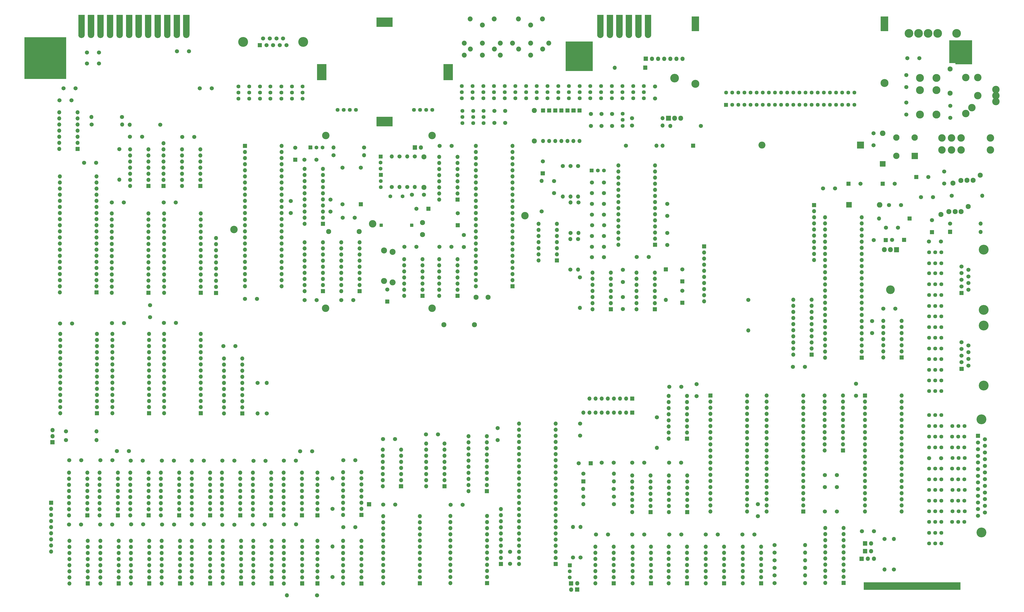
<source format=gbr>
G04 #@! TF.GenerationSoftware,KiCad,Pcbnew,(5.1.9)-1*
G04 #@! TF.CreationDate,2021-03-22T16:11:12+01:00*
G04 #@! TF.ProjectId,Open128,4f70656e-3132-4382-9e6b-696361645f70,3*
G04 #@! TF.SameCoordinates,Original*
G04 #@! TF.FileFunction,Soldermask,Bot*
G04 #@! TF.FilePolarity,Negative*
%FSLAX46Y46*%
G04 Gerber Fmt 4.6, Leading zero omitted, Abs format (unit mm)*
G04 Created by KiCad (PCBNEW (5.1.9)-1) date 2021-03-22 16:11:12*
%MOMM*%
%LPD*%
G01*
G04 APERTURE LIST*
%ADD10C,0.100000*%
%ADD11C,1.625600*%
%ADD12C,3.317600*%
%ADD13C,1.609600*%
%ADD14C,2.051600*%
%ADD15C,3.101600*%
%ADD16O,1.801600X1.801600*%
%ADD17C,2.101600*%
%ADD18C,3.101599*%
%ADD19C,1.701600*%
%ADD20O,1.701600X1.701600*%
%ADD21C,3.301601*%
%ADD22C,3.301600*%
%ADD23C,2.641600*%
%ADD24C,3.601600*%
%ADD25C,0.150000*%
%ADD26O,2.501600X2.501600*%
%ADD27C,2.501600*%
%ADD28O,2.301600X2.301600*%
%ADD29C,4.101600*%
%ADD30O,2.101600X2.101600*%
%ADD31O,2.006600X2.101600*%
%ADD32O,3.601600X3.601600*%
%ADD33C,1.601600*%
%ADD34O,2.901599X2.901599*%
G04 APERTURE END LIST*
D10*
G36*
X268224000Y-58928000D02*
G01*
X257048000Y-58928000D01*
X257048000Y-46736000D01*
X268224000Y-46736000D01*
X268224000Y-58928000D01*
G37*
X268224000Y-58928000D02*
X257048000Y-58928000D01*
X257048000Y-46736000D01*
X268224000Y-46736000D01*
X268224000Y-58928000D01*
G36*
X49276000Y-62230000D02*
G01*
X32004000Y-62230000D01*
X32004000Y-44958000D01*
X49276000Y-44958000D01*
X49276000Y-62230000D01*
G37*
X49276000Y-62230000D02*
X32004000Y-62230000D01*
X32004000Y-44958000D01*
X49276000Y-44958000D01*
X49276000Y-62230000D01*
G36*
X421132000Y-274828000D02*
G01*
X381000000Y-274828000D01*
X381000000Y-271780000D01*
X421132000Y-271780000D01*
X421132000Y-274828000D01*
G37*
X421132000Y-274828000D02*
X381000000Y-274828000D01*
X381000000Y-271780000D01*
X421132000Y-271780000D01*
X421132000Y-274828000D01*
G36*
X425958000Y-56134000D02*
G01*
X419100000Y-56134000D01*
X419100000Y-55626000D01*
X416560000Y-55626000D01*
X416560000Y-46228000D01*
X425958000Y-46228000D01*
X425958000Y-56134000D01*
G37*
X425958000Y-56134000D02*
X419100000Y-56134000D01*
X419100000Y-55626000D01*
X416560000Y-55626000D01*
X416560000Y-46228000D01*
X425958000Y-46228000D01*
X425958000Y-56134000D01*
G36*
G01*
X210058000Y-62788800D02*
X206248000Y-62788800D01*
G75*
G02*
X206197200Y-62738000I0J50800D01*
G01*
X206197200Y-56134000D01*
G75*
G02*
X206248000Y-56083200I50800J0D01*
G01*
X210058000Y-56083200D01*
G75*
G02*
X210108800Y-56134000I0J-50800D01*
G01*
X210108800Y-62738000D01*
G75*
G02*
X210058000Y-62788800I-50800J0D01*
G01*
G37*
G36*
G01*
X157480000Y-62788800D02*
X153670000Y-62788800D01*
G75*
G02*
X153619200Y-62738000I0J50800D01*
G01*
X153619200Y-56134000D01*
G75*
G02*
X153670000Y-56083200I50800J0D01*
G01*
X157480000Y-56083200D01*
G75*
G02*
X157530800Y-56134000I0J-50800D01*
G01*
X157530800Y-62738000D01*
G75*
G02*
X157480000Y-62788800I-50800J0D01*
G01*
G37*
G36*
G01*
X178384200Y-40576500D02*
X178384200Y-36766500D01*
G75*
G02*
X178435000Y-36715700I50800J0D01*
G01*
X185039000Y-36715700D01*
G75*
G02*
X185089800Y-36766500I0J-50800D01*
G01*
X185089800Y-40576500D01*
G75*
G02*
X185039000Y-40627300I-50800J0D01*
G01*
X178435000Y-40627300D01*
G75*
G02*
X178384200Y-40576500I0J50800D01*
G01*
G37*
G36*
G01*
X178384200Y-81915000D02*
X178384200Y-78105000D01*
G75*
G02*
X178435000Y-78054200I50800J0D01*
G01*
X185039000Y-78054200D01*
G75*
G02*
X185089800Y-78105000I0J-50800D01*
G01*
X185089800Y-81915000D01*
G75*
G02*
X185039000Y-81965800I-50800J0D01*
G01*
X178435000Y-81965800D01*
G75*
G02*
X178384200Y-81915000I0J50800D01*
G01*
G37*
D11*
X201549000Y-75184000D03*
X199009000Y-75184000D03*
X196469000Y-75184000D03*
X193929000Y-75184000D03*
X169799000Y-75184000D03*
X167259000Y-75184000D03*
X164719000Y-75184000D03*
X162179000Y-75184000D03*
G36*
G01*
X388029320Y-42303960D02*
X388029320Y-36303960D01*
G75*
G02*
X388080120Y-36253160I50800J0D01*
G01*
X391080120Y-36253160D01*
G75*
G02*
X391130920Y-36303960I0J-50800D01*
G01*
X391130920Y-42303960D01*
G75*
G02*
X391080120Y-42354760I-50800J0D01*
G01*
X388080120Y-42354760D01*
G75*
G02*
X388029320Y-42303960I0J50800D01*
G01*
G37*
G36*
G01*
X309396000Y-42303960D02*
X309396000Y-36303960D01*
G75*
G02*
X309446800Y-36253160I50800J0D01*
G01*
X312446800Y-36253160D01*
G75*
G02*
X312497600Y-36303960I0J-50800D01*
G01*
X312497600Y-42303960D01*
G75*
G02*
X312446800Y-42354760I-50800J0D01*
G01*
X309446800Y-42354760D01*
G75*
G02*
X309396000Y-42303960I0J50800D01*
G01*
G37*
D12*
X389580120Y-63957200D03*
X310916320Y-64322960D03*
D13*
X331317600Y-67980560D03*
X377037600Y-67980560D03*
X377037600Y-73060560D03*
X374497600Y-73060560D03*
X374497600Y-67980560D03*
X371957600Y-67980560D03*
X369417600Y-67980560D03*
X366877600Y-67980560D03*
X364337600Y-67980560D03*
X361797600Y-67980560D03*
X359257600Y-67980560D03*
X356717600Y-67980560D03*
X354177600Y-67980560D03*
X351637600Y-67980560D03*
X349097600Y-67980560D03*
X346557600Y-67980560D03*
X344017600Y-67980560D03*
X341477600Y-67980560D03*
X338937600Y-67980560D03*
X336397600Y-67980560D03*
X333857600Y-67980560D03*
X328777600Y-67980560D03*
X326237600Y-67980560D03*
X323697600Y-67980560D03*
X371957600Y-73060560D03*
X369417600Y-73060560D03*
X366877600Y-73060560D03*
X364337600Y-73060560D03*
X361797600Y-73060560D03*
X359257600Y-73060560D03*
X356717600Y-73060560D03*
X354177600Y-73060560D03*
X351637600Y-73060560D03*
X349097600Y-73060560D03*
X346557600Y-73060560D03*
X344017600Y-73060560D03*
X341477600Y-73060560D03*
X338937600Y-73060560D03*
X336397600Y-73060560D03*
X333857600Y-73060560D03*
X331317600Y-73060560D03*
X328777600Y-73060560D03*
X326237600Y-73060560D03*
G36*
G01*
X322892800Y-73814560D02*
X322892800Y-72306560D01*
G75*
G02*
X322943600Y-72255760I50800J0D01*
G01*
X324451600Y-72255760D01*
G75*
G02*
X324502400Y-72306560I0J-50800D01*
G01*
X324502400Y-73814560D01*
G75*
G02*
X324451600Y-73865360I-50800J0D01*
G01*
X322943600Y-73865360D01*
G75*
G02*
X322892800Y-73814560I0J50800D01*
G01*
G37*
D14*
X242453160Y-39883080D03*
X242453160Y-47376080D03*
X237453160Y-49876080D03*
X234953160Y-47376080D03*
X247453160Y-49876080D03*
X249953160Y-47376080D03*
X247406160Y-37343080D03*
X237373160Y-37343080D03*
X242453160Y-52376080D03*
X214877000Y-52371000D03*
X229877000Y-52371000D03*
X222377000Y-39878000D03*
X222377000Y-47371000D03*
X217377000Y-49871000D03*
X214877000Y-47371000D03*
X227377000Y-49871000D03*
X229877000Y-47371000D03*
X227330000Y-37338000D03*
X217297000Y-37338000D03*
X222377000Y-52371000D03*
D15*
X157289500Y-85852000D03*
X201485500Y-85852000D03*
X201485500Y-157734000D03*
X157226000Y-157734000D03*
X240093500Y-119189500D03*
X176784000Y-122555000D03*
X119126000Y-124904500D03*
D16*
X384048000Y-255574800D03*
G36*
G01*
X382358000Y-256475600D02*
X380658000Y-256475600D01*
G75*
G02*
X380607200Y-256424800I0J50800D01*
G01*
X380607200Y-254724800D01*
G75*
G02*
X380658000Y-254674000I50800J0D01*
G01*
X382358000Y-254674000D01*
G75*
G02*
X382408800Y-254724800I0J-50800D01*
G01*
X382408800Y-256424800D01*
G75*
G02*
X382358000Y-256475600I-50800J0D01*
G01*
G37*
D17*
X413100520Y-118628160D03*
X421454520Y-117461160D03*
X416394520Y-117471160D03*
X418944520Y-117461160D03*
X424403520Y-115326160D03*
X418063680Y-105643680D03*
X426417680Y-104476680D03*
X421357680Y-104486680D03*
X423907680Y-104476680D03*
X429366680Y-102341680D03*
D18*
X433646580Y-91792800D03*
X433646580Y-86791800D03*
X421469080Y-86792800D03*
X417469080Y-86792800D03*
D15*
X413469080Y-86792800D03*
D18*
X421469080Y-91792800D03*
X417469080Y-91792800D03*
D15*
X413469080Y-91792800D03*
D19*
X294924480Y-203055220D03*
D20*
X294924480Y-215755220D03*
D19*
X72567800Y-78099920D03*
D20*
X59867800Y-78099920D03*
D19*
X247002300Y-117411500D03*
D20*
X247002300Y-104711500D03*
D19*
X277114000Y-239242600D03*
D20*
X264414000Y-239242600D03*
D19*
X71404480Y-91455240D03*
D20*
X71404480Y-104155240D03*
D19*
X260045200Y-261416800D03*
D20*
X260045200Y-248716800D03*
D19*
X59944000Y-81280000D03*
D20*
X72644000Y-81280000D03*
D19*
X284619700Y-81661000D03*
D20*
X297319700Y-81661000D03*
D19*
X49276000Y-212598000D03*
D20*
X61976000Y-212598000D03*
D19*
X343916000Y-265729720D03*
D20*
X356616000Y-265729720D03*
D19*
X128879600Y-188772800D03*
D20*
X128879600Y-201472800D03*
D19*
X194310000Y-94551500D03*
D20*
X194310000Y-107251500D03*
D19*
X393471400Y-266420600D03*
D20*
X393471400Y-253720600D03*
D19*
X389636000Y-253720600D03*
D20*
X389636000Y-266420600D03*
D19*
X263230600Y-261428000D03*
D20*
X263230600Y-248728000D03*
D19*
X343916000Y-262564880D03*
D20*
X356616000Y-262564880D03*
D19*
X277114000Y-236073950D03*
D20*
X264414000Y-236073950D03*
D19*
X49276000Y-208915000D03*
D20*
X61976000Y-208915000D03*
D19*
X416890200Y-122453400D03*
D20*
X429590200Y-122453400D03*
D19*
X160070800Y-241198400D03*
D20*
X160070800Y-228498400D03*
D19*
X160096200Y-269570200D03*
D20*
X160096200Y-256870200D03*
D19*
X262376920Y-113695480D03*
D20*
X262376920Y-126395480D03*
D19*
X332994000Y-154228800D03*
D20*
X332994000Y-166928800D03*
D19*
X187896500Y-94551500D03*
D20*
X187896500Y-107251500D03*
D19*
X262153400Y-98501200D03*
D20*
X262153400Y-111201200D03*
D19*
X262153400Y-128879600D03*
D20*
X262153400Y-141579600D03*
D19*
X417525200Y-110871000D03*
D20*
X430225200Y-110871000D03*
D19*
X262953500Y-144792700D03*
D20*
X262953500Y-157492700D03*
D19*
X259003800Y-141605000D03*
D20*
X259003800Y-128905000D03*
D19*
X264414000Y-226568000D03*
D20*
X277114000Y-226568000D03*
D19*
X184721500Y-107251500D03*
D20*
X184721500Y-94551500D03*
D19*
X160464500Y-94043500D03*
D20*
X173164500Y-94043500D03*
D19*
X173177200Y-90779600D03*
D20*
X160477200Y-90779600D03*
D19*
X191135000Y-107251500D03*
D20*
X191135000Y-94551500D03*
D19*
X88473280Y-81325720D03*
D20*
X75773280Y-81325720D03*
D19*
X259054600Y-98501200D03*
D20*
X259054600Y-111201200D03*
D19*
X259029200Y-126390400D03*
D20*
X259029200Y-113690400D03*
D19*
X343916000Y-272059400D03*
D20*
X356616000Y-272059400D03*
D19*
X343916000Y-268894560D03*
D20*
X356616000Y-268894560D03*
D19*
X343916000Y-256235200D03*
D20*
X356616000Y-256235200D03*
D19*
X277042880Y-232882440D03*
D20*
X264342880Y-232882440D03*
D19*
X255803400Y-98501200D03*
D20*
X255803400Y-111201200D03*
D19*
X313207400Y-81800700D03*
D20*
X300507400Y-81800700D03*
D19*
X284619700Y-78625700D03*
D20*
X297319700Y-78625700D03*
D19*
X282041600Y-90068400D03*
D20*
X294741600Y-90068400D03*
D19*
X343916000Y-259400040D03*
D20*
X356616000Y-259400040D03*
D19*
X132715000Y-201472800D03*
D20*
X132715000Y-188772800D03*
D21*
X411222000Y-61838840D03*
X404372000Y-61838840D03*
D22*
X411222000Y-66918840D03*
D21*
X404372000Y-66918840D03*
D22*
X411222000Y-77078840D03*
D21*
X404372000Y-77078840D03*
D11*
X143250920Y-65450720D03*
X143250920Y-67990720D03*
X143250920Y-70530720D03*
X147665440Y-65450720D03*
X147665440Y-67990720D03*
X147665440Y-70530720D03*
X120954800Y-65450720D03*
X120954800Y-67990720D03*
X120954800Y-70530720D03*
X125415040Y-65450720D03*
X125415040Y-67990720D03*
X125415040Y-70530720D03*
X138790680Y-65450720D03*
X138790680Y-67990720D03*
X138790680Y-70530720D03*
X134274560Y-65450720D03*
X134274560Y-67990720D03*
X134274560Y-70530720D03*
X129931160Y-65450720D03*
X129931160Y-67990720D03*
X129931160Y-70530720D03*
X214122000Y-80645000D03*
X214122000Y-78105000D03*
X214122000Y-75565000D03*
X218567000Y-80645000D03*
X218567000Y-78105000D03*
X218567000Y-75565000D03*
X280705560Y-76738480D03*
X280705560Y-79278480D03*
X280705560Y-81818480D03*
X227225410Y-65278000D03*
X227225410Y-67818000D03*
X227225410Y-70358000D03*
X236130350Y-65278000D03*
X236130350Y-67818000D03*
X236130350Y-70358000D03*
X231677880Y-65278000D03*
X231677880Y-67818000D03*
X231677880Y-70358000D03*
X245035290Y-65278000D03*
X245035290Y-67818000D03*
X245035290Y-70358000D03*
X249487760Y-65278000D03*
X249487760Y-67818000D03*
X249487760Y-70358000D03*
X253940230Y-65278000D03*
X253940230Y-67818000D03*
X253940230Y-70358000D03*
X258392700Y-65278000D03*
X258392700Y-67818000D03*
X258392700Y-70358000D03*
X262845170Y-65278000D03*
X262845170Y-67818000D03*
X262845170Y-70358000D03*
X240582820Y-65278000D03*
X240582820Y-67818000D03*
X240582820Y-70358000D03*
X276202580Y-65278000D03*
X276202580Y-67818000D03*
X276202580Y-70358000D03*
X280655050Y-65278000D03*
X280655050Y-67818000D03*
X280655050Y-70358000D03*
X271750110Y-65278000D03*
X271750110Y-67818000D03*
X271750110Y-70358000D03*
X267297640Y-65278000D03*
X267297640Y-67818000D03*
X267297640Y-70358000D03*
X289560000Y-65278000D03*
X289560000Y-67818000D03*
X289560000Y-70358000D03*
X285107520Y-65278000D03*
X285107520Y-67818000D03*
X285107520Y-70358000D03*
X408178000Y-192151000D03*
X410718000Y-192151000D03*
X413258000Y-192151000D03*
X222772940Y-65278000D03*
X222772940Y-67818000D03*
X222772940Y-70358000D03*
X213868000Y-65278000D03*
X213868000Y-67818000D03*
X213868000Y-70358000D03*
X218320470Y-65278000D03*
X218320470Y-67818000D03*
X218320470Y-70358000D03*
X222915480Y-80639920D03*
X222915480Y-78099920D03*
X222915480Y-75559920D03*
X417677600Y-215578266D03*
X420217600Y-215578266D03*
X422757600Y-215578266D03*
X417906200Y-220014799D03*
X420446200Y-220014799D03*
X422986200Y-220014799D03*
X417855400Y-233324398D03*
X420395400Y-233324398D03*
X422935400Y-233324398D03*
X408178000Y-224451332D03*
X410718000Y-224451332D03*
X413258000Y-224451332D03*
X417753800Y-228887865D03*
X420293800Y-228887865D03*
X422833800Y-228887865D03*
X408178000Y-228887865D03*
X410718000Y-228887865D03*
X413258000Y-228887865D03*
X417753800Y-224451332D03*
X420293800Y-224451332D03*
X422833800Y-224451332D03*
X408178000Y-233324398D03*
X410718000Y-233324398D03*
X413258000Y-233324398D03*
X417703000Y-237760931D03*
X420243000Y-237760931D03*
X422783000Y-237760931D03*
X408178000Y-237760931D03*
X410718000Y-237760931D03*
X413258000Y-237760931D03*
X408178000Y-255549400D03*
X410718000Y-255549400D03*
X413258000Y-255549400D03*
X417753800Y-211141733D03*
X420293800Y-211141733D03*
X422833800Y-211141733D03*
X408178000Y-211141733D03*
X410718000Y-211141733D03*
X413258000Y-211141733D03*
X408178000Y-215578266D03*
X410718000Y-215578266D03*
X413258000Y-215578266D03*
X417830000Y-206705200D03*
X420370000Y-206705200D03*
X422910000Y-206705200D03*
X408178000Y-206705200D03*
X410718000Y-206705200D03*
X413258000Y-206705200D03*
X408178000Y-202184000D03*
X410718000Y-202184000D03*
X413258000Y-202184000D03*
X417855400Y-242197464D03*
X420395400Y-242197464D03*
X422935400Y-242197464D03*
X417753800Y-246634000D03*
X420293800Y-246634000D03*
X422833800Y-246634000D03*
X408178000Y-246634000D03*
X410718000Y-246634000D03*
X413258000Y-246634000D03*
X408178000Y-251129800D03*
X410718000Y-251129800D03*
X413258000Y-251129800D03*
X408178000Y-242197464D03*
X410718000Y-242197464D03*
X413258000Y-242197464D03*
X408178000Y-161112200D03*
X410718000Y-161112200D03*
X413258000Y-161112200D03*
X408178000Y-143129000D03*
X410718000Y-143129000D03*
X413258000Y-143129000D03*
X408178000Y-147675600D03*
X410718000Y-147675600D03*
X413258000Y-147675600D03*
X408178000Y-152196800D03*
X410718000Y-152196800D03*
X413258000Y-152196800D03*
X408178000Y-156743400D03*
X410718000Y-156743400D03*
X413258000Y-156743400D03*
X408178000Y-138963400D03*
X410718000Y-138963400D03*
X413258000Y-138963400D03*
X408178000Y-134416800D03*
X410718000Y-134416800D03*
X413258000Y-134416800D03*
X408178000Y-174447200D03*
X410718000Y-174447200D03*
X413258000Y-174447200D03*
X408178000Y-178892200D03*
X410718000Y-178892200D03*
X413258000Y-178892200D03*
X408178000Y-183337200D03*
X410718000Y-183337200D03*
X413258000Y-183337200D03*
X408178000Y-187782200D03*
X410718000Y-187782200D03*
X413258000Y-187782200D03*
X408178000Y-170002200D03*
X410718000Y-170002200D03*
X413258000Y-170002200D03*
X408178000Y-165557200D03*
X410718000Y-165557200D03*
X413258000Y-165557200D03*
D23*
X394543280Y-94310200D03*
X394543280Y-86690200D03*
X402163280Y-86690200D03*
G36*
G01*
X403484080Y-93040200D02*
X403484080Y-95580200D01*
G75*
G02*
X403433280Y-95631000I-50800J0D01*
G01*
X400893280Y-95631000D01*
G75*
G02*
X400842480Y-95580200I0J50800D01*
G01*
X400842480Y-93040200D01*
G75*
G02*
X400893280Y-92989400I50800J0D01*
G01*
X403433280Y-92989400D01*
G75*
G02*
X403484080Y-93040200I0J-50800D01*
G01*
G37*
D24*
X419597840Y-43312080D03*
X411673040Y-43312080D03*
X407710640Y-43312080D03*
X403748240Y-43312080D03*
X399785840Y-43312080D03*
D15*
X435919000Y-71715000D03*
X435919000Y-66715000D03*
X435919000Y-69215000D03*
X428419000Y-69215000D03*
X423419000Y-76715000D03*
X423419000Y-61715000D03*
X428419000Y-61715000D03*
X425919000Y-74215000D03*
D25*
G36*
X80751431Y-35632096D02*
G01*
X80760960Y-35634987D01*
X80769743Y-35639681D01*
X80777441Y-35645999D01*
X80783759Y-35653697D01*
X80788453Y-35662480D01*
X80791344Y-35672009D01*
X80792320Y-35681920D01*
X80792320Y-43936920D01*
X80791344Y-43946831D01*
X80790790Y-43948657D01*
X80790790Y-43999236D01*
X80790545Y-44004215D01*
X80778329Y-44128247D01*
X80777598Y-44133178D01*
X80753284Y-44255415D01*
X80752073Y-44260252D01*
X80715894Y-44379517D01*
X80714214Y-44384210D01*
X80666519Y-44499355D01*
X80664388Y-44503862D01*
X80605637Y-44613777D01*
X80603074Y-44618053D01*
X80533833Y-44721681D01*
X80530863Y-44725685D01*
X80451797Y-44822027D01*
X80448449Y-44825721D01*
X80360321Y-44913849D01*
X80356627Y-44917197D01*
X80260285Y-44996263D01*
X80256281Y-44999233D01*
X80152653Y-45068474D01*
X80148377Y-45071037D01*
X80038462Y-45129788D01*
X80033955Y-45131919D01*
X79918810Y-45179614D01*
X79914117Y-45181294D01*
X79794852Y-45217473D01*
X79790015Y-45218684D01*
X79667778Y-45242998D01*
X79662847Y-45243729D01*
X79538815Y-45255945D01*
X79533836Y-45256190D01*
X79409204Y-45256190D01*
X79404225Y-45255945D01*
X79280193Y-45243729D01*
X79275262Y-45242998D01*
X79153025Y-45218684D01*
X79148188Y-45217473D01*
X79028923Y-45181294D01*
X79024230Y-45179614D01*
X78909085Y-45131919D01*
X78904578Y-45129788D01*
X78794663Y-45071037D01*
X78790387Y-45068474D01*
X78686759Y-44999233D01*
X78682755Y-44996263D01*
X78586413Y-44917197D01*
X78582719Y-44913849D01*
X78494591Y-44825721D01*
X78491243Y-44822027D01*
X78412177Y-44725685D01*
X78409207Y-44721681D01*
X78339966Y-44618053D01*
X78337403Y-44613777D01*
X78278652Y-44503862D01*
X78276521Y-44499355D01*
X78228826Y-44384210D01*
X78227146Y-44379517D01*
X78190967Y-44260252D01*
X78189756Y-44255415D01*
X78165442Y-44133178D01*
X78164711Y-44128247D01*
X78152495Y-44004215D01*
X78152250Y-43999236D01*
X78152250Y-43948657D01*
X78151696Y-43946831D01*
X78150720Y-43936920D01*
X78150720Y-35681920D01*
X78151696Y-35672009D01*
X78154587Y-35662480D01*
X78159281Y-35653697D01*
X78165599Y-35645999D01*
X78173297Y-35639681D01*
X78182080Y-35634987D01*
X78191609Y-35632096D01*
X78201520Y-35631120D01*
X80741520Y-35631120D01*
X80751431Y-35632096D01*
G37*
G36*
X56977031Y-35632096D02*
G01*
X56986560Y-35634987D01*
X56995343Y-35639681D01*
X57003041Y-35645999D01*
X57009359Y-35653697D01*
X57014053Y-35662480D01*
X57016944Y-35672009D01*
X57017920Y-35681920D01*
X57017920Y-43936920D01*
X57016944Y-43946831D01*
X57016390Y-43948657D01*
X57016390Y-43999236D01*
X57016145Y-44004215D01*
X57003929Y-44128247D01*
X57003198Y-44133178D01*
X56978884Y-44255415D01*
X56977673Y-44260252D01*
X56941494Y-44379517D01*
X56939814Y-44384210D01*
X56892119Y-44499355D01*
X56889988Y-44503862D01*
X56831237Y-44613777D01*
X56828674Y-44618053D01*
X56759433Y-44721681D01*
X56756463Y-44725685D01*
X56677397Y-44822027D01*
X56674049Y-44825721D01*
X56585921Y-44913849D01*
X56582227Y-44917197D01*
X56485885Y-44996263D01*
X56481881Y-44999233D01*
X56378253Y-45068474D01*
X56373977Y-45071037D01*
X56264062Y-45129788D01*
X56259555Y-45131919D01*
X56144410Y-45179614D01*
X56139717Y-45181294D01*
X56020452Y-45217473D01*
X56015615Y-45218684D01*
X55893378Y-45242998D01*
X55888447Y-45243729D01*
X55764415Y-45255945D01*
X55759436Y-45256190D01*
X55634804Y-45256190D01*
X55629825Y-45255945D01*
X55505793Y-45243729D01*
X55500862Y-45242998D01*
X55378625Y-45218684D01*
X55373788Y-45217473D01*
X55254523Y-45181294D01*
X55249830Y-45179614D01*
X55134685Y-45131919D01*
X55130178Y-45129788D01*
X55020263Y-45071037D01*
X55015987Y-45068474D01*
X54912359Y-44999233D01*
X54908355Y-44996263D01*
X54812013Y-44917197D01*
X54808319Y-44913849D01*
X54720191Y-44825721D01*
X54716843Y-44822027D01*
X54637777Y-44725685D01*
X54634807Y-44721681D01*
X54565566Y-44618053D01*
X54563003Y-44613777D01*
X54504252Y-44503862D01*
X54502121Y-44499355D01*
X54454426Y-44384210D01*
X54452746Y-44379517D01*
X54416567Y-44260252D01*
X54415356Y-44255415D01*
X54391042Y-44133178D01*
X54390311Y-44128247D01*
X54378095Y-44004215D01*
X54377850Y-43999236D01*
X54377850Y-43948657D01*
X54377296Y-43946831D01*
X54376320Y-43936920D01*
X54376320Y-35681920D01*
X54377296Y-35672009D01*
X54380187Y-35662480D01*
X54384881Y-35653697D01*
X54391199Y-35645999D01*
X54398897Y-35639681D01*
X54407680Y-35634987D01*
X54417209Y-35632096D01*
X54427120Y-35631120D01*
X56967120Y-35631120D01*
X56977031Y-35632096D01*
G37*
G36*
X84713831Y-35632096D02*
G01*
X84723360Y-35634987D01*
X84732143Y-35639681D01*
X84739841Y-35645999D01*
X84746159Y-35653697D01*
X84750853Y-35662480D01*
X84753744Y-35672009D01*
X84754720Y-35681920D01*
X84754720Y-43936920D01*
X84753744Y-43946831D01*
X84753190Y-43948657D01*
X84753190Y-43999236D01*
X84752945Y-44004215D01*
X84740729Y-44128247D01*
X84739998Y-44133178D01*
X84715684Y-44255415D01*
X84714473Y-44260252D01*
X84678294Y-44379517D01*
X84676614Y-44384210D01*
X84628919Y-44499355D01*
X84626788Y-44503862D01*
X84568037Y-44613777D01*
X84565474Y-44618053D01*
X84496233Y-44721681D01*
X84493263Y-44725685D01*
X84414197Y-44822027D01*
X84410849Y-44825721D01*
X84322721Y-44913849D01*
X84319027Y-44917197D01*
X84222685Y-44996263D01*
X84218681Y-44999233D01*
X84115053Y-45068474D01*
X84110777Y-45071037D01*
X84000862Y-45129788D01*
X83996355Y-45131919D01*
X83881210Y-45179614D01*
X83876517Y-45181294D01*
X83757252Y-45217473D01*
X83752415Y-45218684D01*
X83630178Y-45242998D01*
X83625247Y-45243729D01*
X83501215Y-45255945D01*
X83496236Y-45256190D01*
X83371604Y-45256190D01*
X83366625Y-45255945D01*
X83242593Y-45243729D01*
X83237662Y-45242998D01*
X83115425Y-45218684D01*
X83110588Y-45217473D01*
X82991323Y-45181294D01*
X82986630Y-45179614D01*
X82871485Y-45131919D01*
X82866978Y-45129788D01*
X82757063Y-45071037D01*
X82752787Y-45068474D01*
X82649159Y-44999233D01*
X82645155Y-44996263D01*
X82548813Y-44917197D01*
X82545119Y-44913849D01*
X82456991Y-44825721D01*
X82453643Y-44822027D01*
X82374577Y-44725685D01*
X82371607Y-44721681D01*
X82302366Y-44618053D01*
X82299803Y-44613777D01*
X82241052Y-44503862D01*
X82238921Y-44499355D01*
X82191226Y-44384210D01*
X82189546Y-44379517D01*
X82153367Y-44260252D01*
X82152156Y-44255415D01*
X82127842Y-44133178D01*
X82127111Y-44128247D01*
X82114895Y-44004215D01*
X82114650Y-43999236D01*
X82114650Y-43948657D01*
X82114096Y-43946831D01*
X82113120Y-43936920D01*
X82113120Y-35681920D01*
X82114096Y-35672009D01*
X82116987Y-35662480D01*
X82121681Y-35653697D01*
X82127999Y-35645999D01*
X82135697Y-35639681D01*
X82144480Y-35634987D01*
X82154009Y-35632096D01*
X82163920Y-35631120D01*
X84703920Y-35631120D01*
X84713831Y-35632096D01*
G37*
G36*
X88676231Y-35632096D02*
G01*
X88685760Y-35634987D01*
X88694543Y-35639681D01*
X88702241Y-35645999D01*
X88708559Y-35653697D01*
X88713253Y-35662480D01*
X88716144Y-35672009D01*
X88717120Y-35681920D01*
X88717120Y-43936920D01*
X88716144Y-43946831D01*
X88715590Y-43948657D01*
X88715590Y-43999236D01*
X88715345Y-44004215D01*
X88703129Y-44128247D01*
X88702398Y-44133178D01*
X88678084Y-44255415D01*
X88676873Y-44260252D01*
X88640694Y-44379517D01*
X88639014Y-44384210D01*
X88591319Y-44499355D01*
X88589188Y-44503862D01*
X88530437Y-44613777D01*
X88527874Y-44618053D01*
X88458633Y-44721681D01*
X88455663Y-44725685D01*
X88376597Y-44822027D01*
X88373249Y-44825721D01*
X88285121Y-44913849D01*
X88281427Y-44917197D01*
X88185085Y-44996263D01*
X88181081Y-44999233D01*
X88077453Y-45068474D01*
X88073177Y-45071037D01*
X87963262Y-45129788D01*
X87958755Y-45131919D01*
X87843610Y-45179614D01*
X87838917Y-45181294D01*
X87719652Y-45217473D01*
X87714815Y-45218684D01*
X87592578Y-45242998D01*
X87587647Y-45243729D01*
X87463615Y-45255945D01*
X87458636Y-45256190D01*
X87334004Y-45256190D01*
X87329025Y-45255945D01*
X87204993Y-45243729D01*
X87200062Y-45242998D01*
X87077825Y-45218684D01*
X87072988Y-45217473D01*
X86953723Y-45181294D01*
X86949030Y-45179614D01*
X86833885Y-45131919D01*
X86829378Y-45129788D01*
X86719463Y-45071037D01*
X86715187Y-45068474D01*
X86611559Y-44999233D01*
X86607555Y-44996263D01*
X86511213Y-44917197D01*
X86507519Y-44913849D01*
X86419391Y-44825721D01*
X86416043Y-44822027D01*
X86336977Y-44725685D01*
X86334007Y-44721681D01*
X86264766Y-44618053D01*
X86262203Y-44613777D01*
X86203452Y-44503862D01*
X86201321Y-44499355D01*
X86153626Y-44384210D01*
X86151946Y-44379517D01*
X86115767Y-44260252D01*
X86114556Y-44255415D01*
X86090242Y-44133178D01*
X86089511Y-44128247D01*
X86077295Y-44004215D01*
X86077050Y-43999236D01*
X86077050Y-43948657D01*
X86076496Y-43946831D01*
X86075520Y-43936920D01*
X86075520Y-35681920D01*
X86076496Y-35672009D01*
X86079387Y-35662480D01*
X86084081Y-35653697D01*
X86090399Y-35645999D01*
X86098097Y-35639681D01*
X86106880Y-35634987D01*
X86116409Y-35632096D01*
X86126320Y-35631120D01*
X88666320Y-35631120D01*
X88676231Y-35632096D01*
G37*
G36*
X92638631Y-35632096D02*
G01*
X92648160Y-35634987D01*
X92656943Y-35639681D01*
X92664641Y-35645999D01*
X92670959Y-35653697D01*
X92675653Y-35662480D01*
X92678544Y-35672009D01*
X92679520Y-35681920D01*
X92679520Y-43936920D01*
X92678544Y-43946831D01*
X92677990Y-43948657D01*
X92677990Y-43999236D01*
X92677745Y-44004215D01*
X92665529Y-44128247D01*
X92664798Y-44133178D01*
X92640484Y-44255415D01*
X92639273Y-44260252D01*
X92603094Y-44379517D01*
X92601414Y-44384210D01*
X92553719Y-44499355D01*
X92551588Y-44503862D01*
X92492837Y-44613777D01*
X92490274Y-44618053D01*
X92421033Y-44721681D01*
X92418063Y-44725685D01*
X92338997Y-44822027D01*
X92335649Y-44825721D01*
X92247521Y-44913849D01*
X92243827Y-44917197D01*
X92147485Y-44996263D01*
X92143481Y-44999233D01*
X92039853Y-45068474D01*
X92035577Y-45071037D01*
X91925662Y-45129788D01*
X91921155Y-45131919D01*
X91806010Y-45179614D01*
X91801317Y-45181294D01*
X91682052Y-45217473D01*
X91677215Y-45218684D01*
X91554978Y-45242998D01*
X91550047Y-45243729D01*
X91426015Y-45255945D01*
X91421036Y-45256190D01*
X91296404Y-45256190D01*
X91291425Y-45255945D01*
X91167393Y-45243729D01*
X91162462Y-45242998D01*
X91040225Y-45218684D01*
X91035388Y-45217473D01*
X90916123Y-45181294D01*
X90911430Y-45179614D01*
X90796285Y-45131919D01*
X90791778Y-45129788D01*
X90681863Y-45071037D01*
X90677587Y-45068474D01*
X90573959Y-44999233D01*
X90569955Y-44996263D01*
X90473613Y-44917197D01*
X90469919Y-44913849D01*
X90381791Y-44825721D01*
X90378443Y-44822027D01*
X90299377Y-44725685D01*
X90296407Y-44721681D01*
X90227166Y-44618053D01*
X90224603Y-44613777D01*
X90165852Y-44503862D01*
X90163721Y-44499355D01*
X90116026Y-44384210D01*
X90114346Y-44379517D01*
X90078167Y-44260252D01*
X90076956Y-44255415D01*
X90052642Y-44133178D01*
X90051911Y-44128247D01*
X90039695Y-44004215D01*
X90039450Y-43999236D01*
X90039450Y-43948657D01*
X90038896Y-43946831D01*
X90037920Y-43936920D01*
X90037920Y-35681920D01*
X90038896Y-35672009D01*
X90041787Y-35662480D01*
X90046481Y-35653697D01*
X90052799Y-35645999D01*
X90060497Y-35639681D01*
X90069280Y-35634987D01*
X90078809Y-35632096D01*
X90088720Y-35631120D01*
X92628720Y-35631120D01*
X92638631Y-35632096D01*
G37*
G36*
X96601031Y-35632096D02*
G01*
X96610560Y-35634987D01*
X96619343Y-35639681D01*
X96627041Y-35645999D01*
X96633359Y-35653697D01*
X96638053Y-35662480D01*
X96640944Y-35672009D01*
X96641920Y-35681920D01*
X96641920Y-43936920D01*
X96640944Y-43946831D01*
X96640390Y-43948657D01*
X96640390Y-43999236D01*
X96640145Y-44004215D01*
X96627929Y-44128247D01*
X96627198Y-44133178D01*
X96602884Y-44255415D01*
X96601673Y-44260252D01*
X96565494Y-44379517D01*
X96563814Y-44384210D01*
X96516119Y-44499355D01*
X96513988Y-44503862D01*
X96455237Y-44613777D01*
X96452674Y-44618053D01*
X96383433Y-44721681D01*
X96380463Y-44725685D01*
X96301397Y-44822027D01*
X96298049Y-44825721D01*
X96209921Y-44913849D01*
X96206227Y-44917197D01*
X96109885Y-44996263D01*
X96105881Y-44999233D01*
X96002253Y-45068474D01*
X95997977Y-45071037D01*
X95888062Y-45129788D01*
X95883555Y-45131919D01*
X95768410Y-45179614D01*
X95763717Y-45181294D01*
X95644452Y-45217473D01*
X95639615Y-45218684D01*
X95517378Y-45242998D01*
X95512447Y-45243729D01*
X95388415Y-45255945D01*
X95383436Y-45256190D01*
X95258804Y-45256190D01*
X95253825Y-45255945D01*
X95129793Y-45243729D01*
X95124862Y-45242998D01*
X95002625Y-45218684D01*
X94997788Y-45217473D01*
X94878523Y-45181294D01*
X94873830Y-45179614D01*
X94758685Y-45131919D01*
X94754178Y-45129788D01*
X94644263Y-45071037D01*
X94639987Y-45068474D01*
X94536359Y-44999233D01*
X94532355Y-44996263D01*
X94436013Y-44917197D01*
X94432319Y-44913849D01*
X94344191Y-44825721D01*
X94340843Y-44822027D01*
X94261777Y-44725685D01*
X94258807Y-44721681D01*
X94189566Y-44618053D01*
X94187003Y-44613777D01*
X94128252Y-44503862D01*
X94126121Y-44499355D01*
X94078426Y-44384210D01*
X94076746Y-44379517D01*
X94040567Y-44260252D01*
X94039356Y-44255415D01*
X94015042Y-44133178D01*
X94014311Y-44128247D01*
X94002095Y-44004215D01*
X94001850Y-43999236D01*
X94001850Y-43948657D01*
X94001296Y-43946831D01*
X94000320Y-43936920D01*
X94000320Y-35681920D01*
X94001296Y-35672009D01*
X94004187Y-35662480D01*
X94008881Y-35653697D01*
X94015199Y-35645999D01*
X94022897Y-35639681D01*
X94031680Y-35634987D01*
X94041209Y-35632096D01*
X94051120Y-35631120D01*
X96591120Y-35631120D01*
X96601031Y-35632096D01*
G37*
G36*
X76789031Y-35632096D02*
G01*
X76798560Y-35634987D01*
X76807343Y-35639681D01*
X76815041Y-35645999D01*
X76821359Y-35653697D01*
X76826053Y-35662480D01*
X76828944Y-35672009D01*
X76829920Y-35681920D01*
X76829920Y-43936920D01*
X76828944Y-43946831D01*
X76828390Y-43948657D01*
X76828390Y-43999236D01*
X76828145Y-44004215D01*
X76815929Y-44128247D01*
X76815198Y-44133178D01*
X76790884Y-44255415D01*
X76789673Y-44260252D01*
X76753494Y-44379517D01*
X76751814Y-44384210D01*
X76704119Y-44499355D01*
X76701988Y-44503862D01*
X76643237Y-44613777D01*
X76640674Y-44618053D01*
X76571433Y-44721681D01*
X76568463Y-44725685D01*
X76489397Y-44822027D01*
X76486049Y-44825721D01*
X76397921Y-44913849D01*
X76394227Y-44917197D01*
X76297885Y-44996263D01*
X76293881Y-44999233D01*
X76190253Y-45068474D01*
X76185977Y-45071037D01*
X76076062Y-45129788D01*
X76071555Y-45131919D01*
X75956410Y-45179614D01*
X75951717Y-45181294D01*
X75832452Y-45217473D01*
X75827615Y-45218684D01*
X75705378Y-45242998D01*
X75700447Y-45243729D01*
X75576415Y-45255945D01*
X75571436Y-45256190D01*
X75446804Y-45256190D01*
X75441825Y-45255945D01*
X75317793Y-45243729D01*
X75312862Y-45242998D01*
X75190625Y-45218684D01*
X75185788Y-45217473D01*
X75066523Y-45181294D01*
X75061830Y-45179614D01*
X74946685Y-45131919D01*
X74942178Y-45129788D01*
X74832263Y-45071037D01*
X74827987Y-45068474D01*
X74724359Y-44999233D01*
X74720355Y-44996263D01*
X74624013Y-44917197D01*
X74620319Y-44913849D01*
X74532191Y-44825721D01*
X74528843Y-44822027D01*
X74449777Y-44725685D01*
X74446807Y-44721681D01*
X74377566Y-44618053D01*
X74375003Y-44613777D01*
X74316252Y-44503862D01*
X74314121Y-44499355D01*
X74266426Y-44384210D01*
X74264746Y-44379517D01*
X74228567Y-44260252D01*
X74227356Y-44255415D01*
X74203042Y-44133178D01*
X74202311Y-44128247D01*
X74190095Y-44004215D01*
X74189850Y-43999236D01*
X74189850Y-43948657D01*
X74189296Y-43946831D01*
X74188320Y-43936920D01*
X74188320Y-35681920D01*
X74189296Y-35672009D01*
X74192187Y-35662480D01*
X74196881Y-35653697D01*
X74203199Y-35645999D01*
X74210897Y-35639681D01*
X74219680Y-35634987D01*
X74229209Y-35632096D01*
X74239120Y-35631120D01*
X76779120Y-35631120D01*
X76789031Y-35632096D01*
G37*
G36*
X100563431Y-35632096D02*
G01*
X100572960Y-35634987D01*
X100581743Y-35639681D01*
X100589441Y-35645999D01*
X100595759Y-35653697D01*
X100600453Y-35662480D01*
X100603344Y-35672009D01*
X100604320Y-35681920D01*
X100604320Y-43936920D01*
X100603344Y-43946831D01*
X100602790Y-43948657D01*
X100602790Y-43999236D01*
X100602545Y-44004215D01*
X100590329Y-44128247D01*
X100589598Y-44133178D01*
X100565284Y-44255415D01*
X100564073Y-44260252D01*
X100527894Y-44379517D01*
X100526214Y-44384210D01*
X100478519Y-44499355D01*
X100476388Y-44503862D01*
X100417637Y-44613777D01*
X100415074Y-44618053D01*
X100345833Y-44721681D01*
X100342863Y-44725685D01*
X100263797Y-44822027D01*
X100260449Y-44825721D01*
X100172321Y-44913849D01*
X100168627Y-44917197D01*
X100072285Y-44996263D01*
X100068281Y-44999233D01*
X99964653Y-45068474D01*
X99960377Y-45071037D01*
X99850462Y-45129788D01*
X99845955Y-45131919D01*
X99730810Y-45179614D01*
X99726117Y-45181294D01*
X99606852Y-45217473D01*
X99602015Y-45218684D01*
X99479778Y-45242998D01*
X99474847Y-45243729D01*
X99350815Y-45255945D01*
X99345836Y-45256190D01*
X99221204Y-45256190D01*
X99216225Y-45255945D01*
X99092193Y-45243729D01*
X99087262Y-45242998D01*
X98965025Y-45218684D01*
X98960188Y-45217473D01*
X98840923Y-45181294D01*
X98836230Y-45179614D01*
X98721085Y-45131919D01*
X98716578Y-45129788D01*
X98606663Y-45071037D01*
X98602387Y-45068474D01*
X98498759Y-44999233D01*
X98494755Y-44996263D01*
X98398413Y-44917197D01*
X98394719Y-44913849D01*
X98306591Y-44825721D01*
X98303243Y-44822027D01*
X98224177Y-44725685D01*
X98221207Y-44721681D01*
X98151966Y-44618053D01*
X98149403Y-44613777D01*
X98090652Y-44503862D01*
X98088521Y-44499355D01*
X98040826Y-44384210D01*
X98039146Y-44379517D01*
X98002967Y-44260252D01*
X98001756Y-44255415D01*
X97977442Y-44133178D01*
X97976711Y-44128247D01*
X97964495Y-44004215D01*
X97964250Y-43999236D01*
X97964250Y-43948657D01*
X97963696Y-43946831D01*
X97962720Y-43936920D01*
X97962720Y-35681920D01*
X97963696Y-35672009D01*
X97966587Y-35662480D01*
X97971281Y-35653697D01*
X97977599Y-35645999D01*
X97985297Y-35639681D01*
X97994080Y-35634987D01*
X98003609Y-35632096D01*
X98013520Y-35631120D01*
X100553520Y-35631120D01*
X100563431Y-35632096D01*
G37*
G36*
X60939431Y-35632096D02*
G01*
X60948960Y-35634987D01*
X60957743Y-35639681D01*
X60965441Y-35645999D01*
X60971759Y-35653697D01*
X60976453Y-35662480D01*
X60979344Y-35672009D01*
X60980320Y-35681920D01*
X60980320Y-43936920D01*
X60979344Y-43946831D01*
X60978790Y-43948657D01*
X60978790Y-43999236D01*
X60978545Y-44004215D01*
X60966329Y-44128247D01*
X60965598Y-44133178D01*
X60941284Y-44255415D01*
X60940073Y-44260252D01*
X60903894Y-44379517D01*
X60902214Y-44384210D01*
X60854519Y-44499355D01*
X60852388Y-44503862D01*
X60793637Y-44613777D01*
X60791074Y-44618053D01*
X60721833Y-44721681D01*
X60718863Y-44725685D01*
X60639797Y-44822027D01*
X60636449Y-44825721D01*
X60548321Y-44913849D01*
X60544627Y-44917197D01*
X60448285Y-44996263D01*
X60444281Y-44999233D01*
X60340653Y-45068474D01*
X60336377Y-45071037D01*
X60226462Y-45129788D01*
X60221955Y-45131919D01*
X60106810Y-45179614D01*
X60102117Y-45181294D01*
X59982852Y-45217473D01*
X59978015Y-45218684D01*
X59855778Y-45242998D01*
X59850847Y-45243729D01*
X59726815Y-45255945D01*
X59721836Y-45256190D01*
X59597204Y-45256190D01*
X59592225Y-45255945D01*
X59468193Y-45243729D01*
X59463262Y-45242998D01*
X59341025Y-45218684D01*
X59336188Y-45217473D01*
X59216923Y-45181294D01*
X59212230Y-45179614D01*
X59097085Y-45131919D01*
X59092578Y-45129788D01*
X58982663Y-45071037D01*
X58978387Y-45068474D01*
X58874759Y-44999233D01*
X58870755Y-44996263D01*
X58774413Y-44917197D01*
X58770719Y-44913849D01*
X58682591Y-44825721D01*
X58679243Y-44822027D01*
X58600177Y-44725685D01*
X58597207Y-44721681D01*
X58527966Y-44618053D01*
X58525403Y-44613777D01*
X58466652Y-44503862D01*
X58464521Y-44499355D01*
X58416826Y-44384210D01*
X58415146Y-44379517D01*
X58378967Y-44260252D01*
X58377756Y-44255415D01*
X58353442Y-44133178D01*
X58352711Y-44128247D01*
X58340495Y-44004215D01*
X58340250Y-43999236D01*
X58340250Y-43948657D01*
X58339696Y-43946831D01*
X58338720Y-43936920D01*
X58338720Y-35681920D01*
X58339696Y-35672009D01*
X58342587Y-35662480D01*
X58347281Y-35653697D01*
X58353599Y-35645999D01*
X58361297Y-35639681D01*
X58370080Y-35634987D01*
X58379609Y-35632096D01*
X58389520Y-35631120D01*
X60929520Y-35631120D01*
X60939431Y-35632096D01*
G37*
G36*
X64901831Y-35632096D02*
G01*
X64911360Y-35634987D01*
X64920143Y-35639681D01*
X64927841Y-35645999D01*
X64934159Y-35653697D01*
X64938853Y-35662480D01*
X64941744Y-35672009D01*
X64942720Y-35681920D01*
X64942720Y-43936920D01*
X64941744Y-43946831D01*
X64941190Y-43948657D01*
X64941190Y-43999236D01*
X64940945Y-44004215D01*
X64928729Y-44128247D01*
X64927998Y-44133178D01*
X64903684Y-44255415D01*
X64902473Y-44260252D01*
X64866294Y-44379517D01*
X64864614Y-44384210D01*
X64816919Y-44499355D01*
X64814788Y-44503862D01*
X64756037Y-44613777D01*
X64753474Y-44618053D01*
X64684233Y-44721681D01*
X64681263Y-44725685D01*
X64602197Y-44822027D01*
X64598849Y-44825721D01*
X64510721Y-44913849D01*
X64507027Y-44917197D01*
X64410685Y-44996263D01*
X64406681Y-44999233D01*
X64303053Y-45068474D01*
X64298777Y-45071037D01*
X64188862Y-45129788D01*
X64184355Y-45131919D01*
X64069210Y-45179614D01*
X64064517Y-45181294D01*
X63945252Y-45217473D01*
X63940415Y-45218684D01*
X63818178Y-45242998D01*
X63813247Y-45243729D01*
X63689215Y-45255945D01*
X63684236Y-45256190D01*
X63559604Y-45256190D01*
X63554625Y-45255945D01*
X63430593Y-45243729D01*
X63425662Y-45242998D01*
X63303425Y-45218684D01*
X63298588Y-45217473D01*
X63179323Y-45181294D01*
X63174630Y-45179614D01*
X63059485Y-45131919D01*
X63054978Y-45129788D01*
X62945063Y-45071037D01*
X62940787Y-45068474D01*
X62837159Y-44999233D01*
X62833155Y-44996263D01*
X62736813Y-44917197D01*
X62733119Y-44913849D01*
X62644991Y-44825721D01*
X62641643Y-44822027D01*
X62562577Y-44725685D01*
X62559607Y-44721681D01*
X62490366Y-44618053D01*
X62487803Y-44613777D01*
X62429052Y-44503862D01*
X62426921Y-44499355D01*
X62379226Y-44384210D01*
X62377546Y-44379517D01*
X62341367Y-44260252D01*
X62340156Y-44255415D01*
X62315842Y-44133178D01*
X62315111Y-44128247D01*
X62302895Y-44004215D01*
X62302650Y-43999236D01*
X62302650Y-43948657D01*
X62302096Y-43946831D01*
X62301120Y-43936920D01*
X62301120Y-35681920D01*
X62302096Y-35672009D01*
X62304987Y-35662480D01*
X62309681Y-35653697D01*
X62315999Y-35645999D01*
X62323697Y-35639681D01*
X62332480Y-35634987D01*
X62342009Y-35632096D01*
X62351920Y-35631120D01*
X64891920Y-35631120D01*
X64901831Y-35632096D01*
G37*
G36*
X72826631Y-35632096D02*
G01*
X72836160Y-35634987D01*
X72844943Y-35639681D01*
X72852641Y-35645999D01*
X72858959Y-35653697D01*
X72863653Y-35662480D01*
X72866544Y-35672009D01*
X72867520Y-35681920D01*
X72867520Y-43936920D01*
X72866544Y-43946831D01*
X72865990Y-43948657D01*
X72865990Y-43999236D01*
X72865745Y-44004215D01*
X72853529Y-44128247D01*
X72852798Y-44133178D01*
X72828484Y-44255415D01*
X72827273Y-44260252D01*
X72791094Y-44379517D01*
X72789414Y-44384210D01*
X72741719Y-44499355D01*
X72739588Y-44503862D01*
X72680837Y-44613777D01*
X72678274Y-44618053D01*
X72609033Y-44721681D01*
X72606063Y-44725685D01*
X72526997Y-44822027D01*
X72523649Y-44825721D01*
X72435521Y-44913849D01*
X72431827Y-44917197D01*
X72335485Y-44996263D01*
X72331481Y-44999233D01*
X72227853Y-45068474D01*
X72223577Y-45071037D01*
X72113662Y-45129788D01*
X72109155Y-45131919D01*
X71994010Y-45179614D01*
X71989317Y-45181294D01*
X71870052Y-45217473D01*
X71865215Y-45218684D01*
X71742978Y-45242998D01*
X71738047Y-45243729D01*
X71614015Y-45255945D01*
X71609036Y-45256190D01*
X71484404Y-45256190D01*
X71479425Y-45255945D01*
X71355393Y-45243729D01*
X71350462Y-45242998D01*
X71228225Y-45218684D01*
X71223388Y-45217473D01*
X71104123Y-45181294D01*
X71099430Y-45179614D01*
X70984285Y-45131919D01*
X70979778Y-45129788D01*
X70869863Y-45071037D01*
X70865587Y-45068474D01*
X70761959Y-44999233D01*
X70757955Y-44996263D01*
X70661613Y-44917197D01*
X70657919Y-44913849D01*
X70569791Y-44825721D01*
X70566443Y-44822027D01*
X70487377Y-44725685D01*
X70484407Y-44721681D01*
X70415166Y-44618053D01*
X70412603Y-44613777D01*
X70353852Y-44503862D01*
X70351721Y-44499355D01*
X70304026Y-44384210D01*
X70302346Y-44379517D01*
X70266167Y-44260252D01*
X70264956Y-44255415D01*
X70240642Y-44133178D01*
X70239911Y-44128247D01*
X70227695Y-44004215D01*
X70227450Y-43999236D01*
X70227450Y-43948657D01*
X70226896Y-43946831D01*
X70225920Y-43936920D01*
X70225920Y-35681920D01*
X70226896Y-35672009D01*
X70229787Y-35662480D01*
X70234481Y-35653697D01*
X70240799Y-35645999D01*
X70248497Y-35639681D01*
X70257280Y-35634987D01*
X70266809Y-35632096D01*
X70276720Y-35631120D01*
X72816720Y-35631120D01*
X72826631Y-35632096D01*
G37*
G36*
X68864231Y-35632096D02*
G01*
X68873760Y-35634987D01*
X68882543Y-35639681D01*
X68890241Y-35645999D01*
X68896559Y-35653697D01*
X68901253Y-35662480D01*
X68904144Y-35672009D01*
X68905120Y-35681920D01*
X68905120Y-43936920D01*
X68904144Y-43946831D01*
X68903590Y-43948657D01*
X68903590Y-43999236D01*
X68903345Y-44004215D01*
X68891129Y-44128247D01*
X68890398Y-44133178D01*
X68866084Y-44255415D01*
X68864873Y-44260252D01*
X68828694Y-44379517D01*
X68827014Y-44384210D01*
X68779319Y-44499355D01*
X68777188Y-44503862D01*
X68718437Y-44613777D01*
X68715874Y-44618053D01*
X68646633Y-44721681D01*
X68643663Y-44725685D01*
X68564597Y-44822027D01*
X68561249Y-44825721D01*
X68473121Y-44913849D01*
X68469427Y-44917197D01*
X68373085Y-44996263D01*
X68369081Y-44999233D01*
X68265453Y-45068474D01*
X68261177Y-45071037D01*
X68151262Y-45129788D01*
X68146755Y-45131919D01*
X68031610Y-45179614D01*
X68026917Y-45181294D01*
X67907652Y-45217473D01*
X67902815Y-45218684D01*
X67780578Y-45242998D01*
X67775647Y-45243729D01*
X67651615Y-45255945D01*
X67646636Y-45256190D01*
X67522004Y-45256190D01*
X67517025Y-45255945D01*
X67392993Y-45243729D01*
X67388062Y-45242998D01*
X67265825Y-45218684D01*
X67260988Y-45217473D01*
X67141723Y-45181294D01*
X67137030Y-45179614D01*
X67021885Y-45131919D01*
X67017378Y-45129788D01*
X66907463Y-45071037D01*
X66903187Y-45068474D01*
X66799559Y-44999233D01*
X66795555Y-44996263D01*
X66699213Y-44917197D01*
X66695519Y-44913849D01*
X66607391Y-44825721D01*
X66604043Y-44822027D01*
X66524977Y-44725685D01*
X66522007Y-44721681D01*
X66452766Y-44618053D01*
X66450203Y-44613777D01*
X66391452Y-44503862D01*
X66389321Y-44499355D01*
X66341626Y-44384210D01*
X66339946Y-44379517D01*
X66303767Y-44260252D01*
X66302556Y-44255415D01*
X66278242Y-44133178D01*
X66277511Y-44128247D01*
X66265295Y-44004215D01*
X66265050Y-43999236D01*
X66265050Y-43948657D01*
X66264496Y-43946831D01*
X66263520Y-43936920D01*
X66263520Y-35681920D01*
X66264496Y-35672009D01*
X66267387Y-35662480D01*
X66272081Y-35653697D01*
X66278399Y-35645999D01*
X66286097Y-35639681D01*
X66294880Y-35634987D01*
X66304409Y-35632096D01*
X66314320Y-35631120D01*
X68854320Y-35631120D01*
X68864231Y-35632096D01*
G37*
G36*
X284616911Y-35611776D02*
G01*
X284626440Y-35614667D01*
X284635223Y-35619361D01*
X284642921Y-35625679D01*
X284649239Y-35633377D01*
X284653933Y-35642160D01*
X284656824Y-35651689D01*
X284657800Y-35661600D01*
X284657800Y-43916600D01*
X284656824Y-43926511D01*
X284656270Y-43928337D01*
X284656270Y-43978916D01*
X284656025Y-43983895D01*
X284643809Y-44107927D01*
X284643078Y-44112858D01*
X284618764Y-44235095D01*
X284617553Y-44239932D01*
X284581374Y-44359197D01*
X284579694Y-44363890D01*
X284531999Y-44479035D01*
X284529868Y-44483542D01*
X284471117Y-44593457D01*
X284468554Y-44597733D01*
X284399313Y-44701361D01*
X284396343Y-44705365D01*
X284317277Y-44801707D01*
X284313929Y-44805401D01*
X284225801Y-44893529D01*
X284222107Y-44896877D01*
X284125765Y-44975943D01*
X284121761Y-44978913D01*
X284018133Y-45048154D01*
X284013857Y-45050717D01*
X283903942Y-45109468D01*
X283899435Y-45111599D01*
X283784290Y-45159294D01*
X283779597Y-45160974D01*
X283660332Y-45197153D01*
X283655495Y-45198364D01*
X283533258Y-45222678D01*
X283528327Y-45223409D01*
X283404295Y-45235625D01*
X283399316Y-45235870D01*
X283274684Y-45235870D01*
X283269705Y-45235625D01*
X283145673Y-45223409D01*
X283140742Y-45222678D01*
X283018505Y-45198364D01*
X283013668Y-45197153D01*
X282894403Y-45160974D01*
X282889710Y-45159294D01*
X282774565Y-45111599D01*
X282770058Y-45109468D01*
X282660143Y-45050717D01*
X282655867Y-45048154D01*
X282552239Y-44978913D01*
X282548235Y-44975943D01*
X282451893Y-44896877D01*
X282448199Y-44893529D01*
X282360071Y-44805401D01*
X282356723Y-44801707D01*
X282277657Y-44705365D01*
X282274687Y-44701361D01*
X282205446Y-44597733D01*
X282202883Y-44593457D01*
X282144132Y-44483542D01*
X282142001Y-44479035D01*
X282094306Y-44363890D01*
X282092626Y-44359197D01*
X282056447Y-44239932D01*
X282055236Y-44235095D01*
X282030922Y-44112858D01*
X282030191Y-44107927D01*
X282017975Y-43983895D01*
X282017730Y-43978916D01*
X282017730Y-43928337D01*
X282017176Y-43926511D01*
X282016200Y-43916600D01*
X282016200Y-35661600D01*
X282017176Y-35651689D01*
X282020067Y-35642160D01*
X282024761Y-35633377D01*
X282031079Y-35625679D01*
X282038777Y-35619361D01*
X282047560Y-35614667D01*
X282057089Y-35611776D01*
X282067000Y-35610800D01*
X284607000Y-35610800D01*
X284616911Y-35611776D01*
G37*
G36*
X288579311Y-35611776D02*
G01*
X288588840Y-35614667D01*
X288597623Y-35619361D01*
X288605321Y-35625679D01*
X288611639Y-35633377D01*
X288616333Y-35642160D01*
X288619224Y-35651689D01*
X288620200Y-35661600D01*
X288620200Y-43916600D01*
X288619224Y-43926511D01*
X288618670Y-43928337D01*
X288618670Y-43978916D01*
X288618425Y-43983895D01*
X288606209Y-44107927D01*
X288605478Y-44112858D01*
X288581164Y-44235095D01*
X288579953Y-44239932D01*
X288543774Y-44359197D01*
X288542094Y-44363890D01*
X288494399Y-44479035D01*
X288492268Y-44483542D01*
X288433517Y-44593457D01*
X288430954Y-44597733D01*
X288361713Y-44701361D01*
X288358743Y-44705365D01*
X288279677Y-44801707D01*
X288276329Y-44805401D01*
X288188201Y-44893529D01*
X288184507Y-44896877D01*
X288088165Y-44975943D01*
X288084161Y-44978913D01*
X287980533Y-45048154D01*
X287976257Y-45050717D01*
X287866342Y-45109468D01*
X287861835Y-45111599D01*
X287746690Y-45159294D01*
X287741997Y-45160974D01*
X287622732Y-45197153D01*
X287617895Y-45198364D01*
X287495658Y-45222678D01*
X287490727Y-45223409D01*
X287366695Y-45235625D01*
X287361716Y-45235870D01*
X287237084Y-45235870D01*
X287232105Y-45235625D01*
X287108073Y-45223409D01*
X287103142Y-45222678D01*
X286980905Y-45198364D01*
X286976068Y-45197153D01*
X286856803Y-45160974D01*
X286852110Y-45159294D01*
X286736965Y-45111599D01*
X286732458Y-45109468D01*
X286622543Y-45050717D01*
X286618267Y-45048154D01*
X286514639Y-44978913D01*
X286510635Y-44975943D01*
X286414293Y-44896877D01*
X286410599Y-44893529D01*
X286322471Y-44805401D01*
X286319123Y-44801707D01*
X286240057Y-44705365D01*
X286237087Y-44701361D01*
X286167846Y-44597733D01*
X286165283Y-44593457D01*
X286106532Y-44483542D01*
X286104401Y-44479035D01*
X286056706Y-44363890D01*
X286055026Y-44359197D01*
X286018847Y-44239932D01*
X286017636Y-44235095D01*
X285993322Y-44112858D01*
X285992591Y-44107927D01*
X285980375Y-43983895D01*
X285980130Y-43978916D01*
X285980130Y-43928337D01*
X285979576Y-43926511D01*
X285978600Y-43916600D01*
X285978600Y-35661600D01*
X285979576Y-35651689D01*
X285982467Y-35642160D01*
X285987161Y-35633377D01*
X285993479Y-35625679D01*
X286001177Y-35619361D01*
X286009960Y-35614667D01*
X286019489Y-35611776D01*
X286029400Y-35610800D01*
X288569400Y-35610800D01*
X288579311Y-35611776D01*
G37*
G36*
X292541711Y-35611776D02*
G01*
X292551240Y-35614667D01*
X292560023Y-35619361D01*
X292567721Y-35625679D01*
X292574039Y-35633377D01*
X292578733Y-35642160D01*
X292581624Y-35651689D01*
X292582600Y-35661600D01*
X292582600Y-43916600D01*
X292581624Y-43926511D01*
X292581070Y-43928337D01*
X292581070Y-43978916D01*
X292580825Y-43983895D01*
X292568609Y-44107927D01*
X292567878Y-44112858D01*
X292543564Y-44235095D01*
X292542353Y-44239932D01*
X292506174Y-44359197D01*
X292504494Y-44363890D01*
X292456799Y-44479035D01*
X292454668Y-44483542D01*
X292395917Y-44593457D01*
X292393354Y-44597733D01*
X292324113Y-44701361D01*
X292321143Y-44705365D01*
X292242077Y-44801707D01*
X292238729Y-44805401D01*
X292150601Y-44893529D01*
X292146907Y-44896877D01*
X292050565Y-44975943D01*
X292046561Y-44978913D01*
X291942933Y-45048154D01*
X291938657Y-45050717D01*
X291828742Y-45109468D01*
X291824235Y-45111599D01*
X291709090Y-45159294D01*
X291704397Y-45160974D01*
X291585132Y-45197153D01*
X291580295Y-45198364D01*
X291458058Y-45222678D01*
X291453127Y-45223409D01*
X291329095Y-45235625D01*
X291324116Y-45235870D01*
X291199484Y-45235870D01*
X291194505Y-45235625D01*
X291070473Y-45223409D01*
X291065542Y-45222678D01*
X290943305Y-45198364D01*
X290938468Y-45197153D01*
X290819203Y-45160974D01*
X290814510Y-45159294D01*
X290699365Y-45111599D01*
X290694858Y-45109468D01*
X290584943Y-45050717D01*
X290580667Y-45048154D01*
X290477039Y-44978913D01*
X290473035Y-44975943D01*
X290376693Y-44896877D01*
X290372999Y-44893529D01*
X290284871Y-44805401D01*
X290281523Y-44801707D01*
X290202457Y-44705365D01*
X290199487Y-44701361D01*
X290130246Y-44597733D01*
X290127683Y-44593457D01*
X290068932Y-44483542D01*
X290066801Y-44479035D01*
X290019106Y-44363890D01*
X290017426Y-44359197D01*
X289981247Y-44239932D01*
X289980036Y-44235095D01*
X289955722Y-44112858D01*
X289954991Y-44107927D01*
X289942775Y-43983895D01*
X289942530Y-43978916D01*
X289942530Y-43928337D01*
X289941976Y-43926511D01*
X289941000Y-43916600D01*
X289941000Y-35661600D01*
X289941976Y-35651689D01*
X289944867Y-35642160D01*
X289949561Y-35633377D01*
X289955879Y-35625679D01*
X289963577Y-35619361D01*
X289972360Y-35614667D01*
X289981889Y-35611776D01*
X289991800Y-35610800D01*
X292531800Y-35610800D01*
X292541711Y-35611776D01*
G37*
G36*
X280654511Y-35611776D02*
G01*
X280664040Y-35614667D01*
X280672823Y-35619361D01*
X280680521Y-35625679D01*
X280686839Y-35633377D01*
X280691533Y-35642160D01*
X280694424Y-35651689D01*
X280695400Y-35661600D01*
X280695400Y-43916600D01*
X280694424Y-43926511D01*
X280693870Y-43928337D01*
X280693870Y-43978916D01*
X280693625Y-43983895D01*
X280681409Y-44107927D01*
X280680678Y-44112858D01*
X280656364Y-44235095D01*
X280655153Y-44239932D01*
X280618974Y-44359197D01*
X280617294Y-44363890D01*
X280569599Y-44479035D01*
X280567468Y-44483542D01*
X280508717Y-44593457D01*
X280506154Y-44597733D01*
X280436913Y-44701361D01*
X280433943Y-44705365D01*
X280354877Y-44801707D01*
X280351529Y-44805401D01*
X280263401Y-44893529D01*
X280259707Y-44896877D01*
X280163365Y-44975943D01*
X280159361Y-44978913D01*
X280055733Y-45048154D01*
X280051457Y-45050717D01*
X279941542Y-45109468D01*
X279937035Y-45111599D01*
X279821890Y-45159294D01*
X279817197Y-45160974D01*
X279697932Y-45197153D01*
X279693095Y-45198364D01*
X279570858Y-45222678D01*
X279565927Y-45223409D01*
X279441895Y-45235625D01*
X279436916Y-45235870D01*
X279312284Y-45235870D01*
X279307305Y-45235625D01*
X279183273Y-45223409D01*
X279178342Y-45222678D01*
X279056105Y-45198364D01*
X279051268Y-45197153D01*
X278932003Y-45160974D01*
X278927310Y-45159294D01*
X278812165Y-45111599D01*
X278807658Y-45109468D01*
X278697743Y-45050717D01*
X278693467Y-45048154D01*
X278589839Y-44978913D01*
X278585835Y-44975943D01*
X278489493Y-44896877D01*
X278485799Y-44893529D01*
X278397671Y-44805401D01*
X278394323Y-44801707D01*
X278315257Y-44705365D01*
X278312287Y-44701361D01*
X278243046Y-44597733D01*
X278240483Y-44593457D01*
X278181732Y-44483542D01*
X278179601Y-44479035D01*
X278131906Y-44363890D01*
X278130226Y-44359197D01*
X278094047Y-44239932D01*
X278092836Y-44235095D01*
X278068522Y-44112858D01*
X278067791Y-44107927D01*
X278055575Y-43983895D01*
X278055330Y-43978916D01*
X278055330Y-43928337D01*
X278054776Y-43926511D01*
X278053800Y-43916600D01*
X278053800Y-35661600D01*
X278054776Y-35651689D01*
X278057667Y-35642160D01*
X278062361Y-35633377D01*
X278068679Y-35625679D01*
X278076377Y-35619361D01*
X278085160Y-35614667D01*
X278094689Y-35611776D01*
X278104600Y-35610800D01*
X280644600Y-35610800D01*
X280654511Y-35611776D01*
G37*
G36*
X276692111Y-35611776D02*
G01*
X276701640Y-35614667D01*
X276710423Y-35619361D01*
X276718121Y-35625679D01*
X276724439Y-35633377D01*
X276729133Y-35642160D01*
X276732024Y-35651689D01*
X276733000Y-35661600D01*
X276733000Y-43916600D01*
X276732024Y-43926511D01*
X276731470Y-43928337D01*
X276731470Y-43978916D01*
X276731225Y-43983895D01*
X276719009Y-44107927D01*
X276718278Y-44112858D01*
X276693964Y-44235095D01*
X276692753Y-44239932D01*
X276656574Y-44359197D01*
X276654894Y-44363890D01*
X276607199Y-44479035D01*
X276605068Y-44483542D01*
X276546317Y-44593457D01*
X276543754Y-44597733D01*
X276474513Y-44701361D01*
X276471543Y-44705365D01*
X276392477Y-44801707D01*
X276389129Y-44805401D01*
X276301001Y-44893529D01*
X276297307Y-44896877D01*
X276200965Y-44975943D01*
X276196961Y-44978913D01*
X276093333Y-45048154D01*
X276089057Y-45050717D01*
X275979142Y-45109468D01*
X275974635Y-45111599D01*
X275859490Y-45159294D01*
X275854797Y-45160974D01*
X275735532Y-45197153D01*
X275730695Y-45198364D01*
X275608458Y-45222678D01*
X275603527Y-45223409D01*
X275479495Y-45235625D01*
X275474516Y-45235870D01*
X275349884Y-45235870D01*
X275344905Y-45235625D01*
X275220873Y-45223409D01*
X275215942Y-45222678D01*
X275093705Y-45198364D01*
X275088868Y-45197153D01*
X274969603Y-45160974D01*
X274964910Y-45159294D01*
X274849765Y-45111599D01*
X274845258Y-45109468D01*
X274735343Y-45050717D01*
X274731067Y-45048154D01*
X274627439Y-44978913D01*
X274623435Y-44975943D01*
X274527093Y-44896877D01*
X274523399Y-44893529D01*
X274435271Y-44805401D01*
X274431923Y-44801707D01*
X274352857Y-44705365D01*
X274349887Y-44701361D01*
X274280646Y-44597733D01*
X274278083Y-44593457D01*
X274219332Y-44483542D01*
X274217201Y-44479035D01*
X274169506Y-44363890D01*
X274167826Y-44359197D01*
X274131647Y-44239932D01*
X274130436Y-44235095D01*
X274106122Y-44112858D01*
X274105391Y-44107927D01*
X274093175Y-43983895D01*
X274092930Y-43978916D01*
X274092930Y-43928337D01*
X274092376Y-43926511D01*
X274091400Y-43916600D01*
X274091400Y-35661600D01*
X274092376Y-35651689D01*
X274095267Y-35642160D01*
X274099961Y-35633377D01*
X274106279Y-35625679D01*
X274113977Y-35619361D01*
X274122760Y-35614667D01*
X274132289Y-35611776D01*
X274142200Y-35610800D01*
X276682200Y-35610800D01*
X276692111Y-35611776D01*
G37*
G36*
X272729711Y-35611776D02*
G01*
X272739240Y-35614667D01*
X272748023Y-35619361D01*
X272755721Y-35625679D01*
X272762039Y-35633377D01*
X272766733Y-35642160D01*
X272769624Y-35651689D01*
X272770600Y-35661600D01*
X272770600Y-43916600D01*
X272769624Y-43926511D01*
X272769070Y-43928337D01*
X272769070Y-43978916D01*
X272768825Y-43983895D01*
X272756609Y-44107927D01*
X272755878Y-44112858D01*
X272731564Y-44235095D01*
X272730353Y-44239932D01*
X272694174Y-44359197D01*
X272692494Y-44363890D01*
X272644799Y-44479035D01*
X272642668Y-44483542D01*
X272583917Y-44593457D01*
X272581354Y-44597733D01*
X272512113Y-44701361D01*
X272509143Y-44705365D01*
X272430077Y-44801707D01*
X272426729Y-44805401D01*
X272338601Y-44893529D01*
X272334907Y-44896877D01*
X272238565Y-44975943D01*
X272234561Y-44978913D01*
X272130933Y-45048154D01*
X272126657Y-45050717D01*
X272016742Y-45109468D01*
X272012235Y-45111599D01*
X271897090Y-45159294D01*
X271892397Y-45160974D01*
X271773132Y-45197153D01*
X271768295Y-45198364D01*
X271646058Y-45222678D01*
X271641127Y-45223409D01*
X271517095Y-45235625D01*
X271512116Y-45235870D01*
X271387484Y-45235870D01*
X271382505Y-45235625D01*
X271258473Y-45223409D01*
X271253542Y-45222678D01*
X271131305Y-45198364D01*
X271126468Y-45197153D01*
X271007203Y-45160974D01*
X271002510Y-45159294D01*
X270887365Y-45111599D01*
X270882858Y-45109468D01*
X270772943Y-45050717D01*
X270768667Y-45048154D01*
X270665039Y-44978913D01*
X270661035Y-44975943D01*
X270564693Y-44896877D01*
X270560999Y-44893529D01*
X270472871Y-44805401D01*
X270469523Y-44801707D01*
X270390457Y-44705365D01*
X270387487Y-44701361D01*
X270318246Y-44597733D01*
X270315683Y-44593457D01*
X270256932Y-44483542D01*
X270254801Y-44479035D01*
X270207106Y-44363890D01*
X270205426Y-44359197D01*
X270169247Y-44239932D01*
X270168036Y-44235095D01*
X270143722Y-44112858D01*
X270142991Y-44107927D01*
X270130775Y-43983895D01*
X270130530Y-43978916D01*
X270130530Y-43928337D01*
X270129976Y-43926511D01*
X270129000Y-43916600D01*
X270129000Y-35661600D01*
X270129976Y-35651689D01*
X270132867Y-35642160D01*
X270137561Y-35633377D01*
X270143879Y-35625679D01*
X270151577Y-35619361D01*
X270160360Y-35614667D01*
X270169889Y-35611776D01*
X270179800Y-35610800D01*
X272719800Y-35610800D01*
X272729711Y-35611776D01*
G37*
D17*
X197485000Y-127047000D03*
X197485000Y-122047000D03*
D26*
X181533800Y-146329400D03*
D27*
X181533800Y-133629400D03*
D26*
X185064400Y-146913600D03*
D27*
X185064400Y-134213600D03*
D19*
X385093200Y-129311400D03*
G36*
G01*
X390944000Y-128511400D02*
X390944000Y-130111400D01*
G75*
G02*
X390893200Y-130162200I-50800J0D01*
G01*
X389293200Y-130162200D01*
G75*
G02*
X389242400Y-130111400I0J50800D01*
G01*
X389242400Y-128511400D01*
G75*
G02*
X389293200Y-128460600I50800J0D01*
G01*
X390893200Y-128460600D01*
G75*
G02*
X390944000Y-128511400I0J-50800D01*
G01*
G37*
X392764000Y-129235200D03*
G36*
G01*
X398614800Y-128435200D02*
X398614800Y-130035200D01*
G75*
G02*
X398564000Y-130086000I-50800J0D01*
G01*
X396964000Y-130086000D01*
G75*
G02*
X396913200Y-130035200I0J50800D01*
G01*
X396913200Y-128435200D01*
G75*
G02*
X396964000Y-128384400I50800J0D01*
G01*
X398564000Y-128384400D01*
G75*
G02*
X398614800Y-128435200I0J-50800D01*
G01*
G37*
D28*
X388848600Y-84912200D03*
G36*
G01*
X389948600Y-98763000D02*
X387748600Y-98763000D01*
G75*
G02*
X387697800Y-98712200I0J50800D01*
G01*
X387697800Y-96512200D01*
G75*
G02*
X387748600Y-96461400I50800J0D01*
G01*
X389948600Y-96461400D01*
G75*
G02*
X389999400Y-96512200I0J-50800D01*
G01*
X389999400Y-98712200D01*
G75*
G02*
X389948600Y-98763000I-50800J0D01*
G01*
G37*
X387553200Y-114655600D03*
G36*
G01*
X373702400Y-115755600D02*
X373702400Y-113555600D01*
G75*
G02*
X373753200Y-113504800I50800J0D01*
G01*
X375953200Y-113504800D01*
G75*
G02*
X376004000Y-113555600I0J-50800D01*
G01*
X376004000Y-115755600D01*
G75*
G02*
X375953200Y-115806400I-50800J0D01*
G01*
X373753200Y-115806400D01*
G75*
G02*
X373702400Y-115755600I0J50800D01*
G01*
G37*
D19*
X48260000Y-66167000D03*
X53260000Y-66167000D03*
X109902000Y-66167000D03*
X104902000Y-66167000D03*
D29*
X147884800Y-46834920D03*
X122884800Y-46834920D03*
D19*
X139539800Y-45414920D03*
X136769800Y-45414920D03*
X133999800Y-45414920D03*
X131229800Y-45414920D03*
X140924800Y-48254920D03*
X138154800Y-48254920D03*
X135384800Y-48254920D03*
X132614800Y-48254920D03*
G36*
G01*
X128994000Y-49054920D02*
X128994000Y-47454920D01*
G75*
G02*
X129044800Y-47404120I50800J0D01*
G01*
X130644800Y-47404120D01*
G75*
G02*
X130695600Y-47454920I0J-50800D01*
G01*
X130695600Y-49054920D01*
G75*
G02*
X130644800Y-49105720I-50800J0D01*
G01*
X129044800Y-49105720D01*
G75*
G02*
X128994000Y-49054920I0J50800D01*
G01*
G37*
X379650000Y-105918000D03*
G36*
G01*
X373799200Y-106718000D02*
X373799200Y-105118000D01*
G75*
G02*
X373850000Y-105067200I50800J0D01*
G01*
X375450000Y-105067200D01*
G75*
G02*
X375500800Y-105118000I0J-50800D01*
G01*
X375500800Y-106718000D01*
G75*
G02*
X375450000Y-106768800I-50800J0D01*
G01*
X373850000Y-106768800D01*
G75*
G02*
X373799200Y-106718000I0J50800D01*
G01*
G37*
X407844000Y-103124000D03*
G36*
G01*
X401993200Y-103924000D02*
X401993200Y-102324000D01*
G75*
G02*
X402044000Y-102273200I50800J0D01*
G01*
X403644000Y-102273200D01*
G75*
G02*
X403694800Y-102324000I0J-50800D01*
G01*
X403694800Y-103924000D01*
G75*
G02*
X403644000Y-103974800I-50800J0D01*
G01*
X402044000Y-103974800D01*
G75*
G02*
X401993200Y-103924000I0J50800D01*
G01*
G37*
X393874000Y-105918000D03*
G36*
G01*
X388023200Y-106718000D02*
X388023200Y-105118000D01*
G75*
G02*
X388074000Y-105067200I50800J0D01*
G01*
X389674000Y-105067200D01*
G75*
G02*
X389724800Y-105118000I0J-50800D01*
G01*
X389724800Y-106718000D01*
G75*
G02*
X389674000Y-106768800I-50800J0D01*
G01*
X388074000Y-106768800D01*
G75*
G02*
X388023200Y-106718000I0J50800D01*
G01*
G37*
D16*
X259283200Y-274751800D03*
G36*
G01*
X260973200Y-273851000D02*
X262673200Y-273851000D01*
G75*
G02*
X262724000Y-273901800I0J-50800D01*
G01*
X262724000Y-275601800D01*
G75*
G02*
X262673200Y-275652600I-50800J0D01*
G01*
X260973200Y-275652600D01*
G75*
G02*
X260922400Y-275601800I0J50800D01*
G01*
X260922400Y-273901800D01*
G75*
G02*
X260973200Y-273851000I50800J0D01*
G01*
G37*
X261823200Y-272199100D03*
G36*
G01*
X260133200Y-273099900D02*
X258433200Y-273099900D01*
G75*
G02*
X258382400Y-273049100I0J50800D01*
G01*
X258382400Y-271349100D01*
G75*
G02*
X258433200Y-271298300I50800J0D01*
G01*
X260133200Y-271298300D01*
G75*
G02*
X260184000Y-271349100I0J-50800D01*
G01*
X260184000Y-273049100D01*
G75*
G02*
X260133200Y-273099900I-50800J0D01*
G01*
G37*
G36*
G01*
X174359200Y-240118000D02*
X174359200Y-238418000D01*
G75*
G02*
X174410000Y-238367200I50800J0D01*
G01*
X176110000Y-238367200D01*
G75*
G02*
X176160800Y-238418000I0J-50800D01*
G01*
X176160800Y-240118000D01*
G75*
G02*
X176110000Y-240168800I-50800J0D01*
G01*
X174410000Y-240168800D01*
G75*
G02*
X174359200Y-240118000I0J50800D01*
G01*
G37*
X196850000Y-90805000D03*
G36*
G01*
X195160000Y-91705800D02*
X193460000Y-91705800D01*
G75*
G02*
X193409200Y-91655000I0J50800D01*
G01*
X193409200Y-89955000D01*
G75*
G02*
X193460000Y-89904200I50800J0D01*
G01*
X195160000Y-89904200D01*
G75*
G02*
X195210800Y-89955000I0J-50800D01*
G01*
X195210800Y-91655000D01*
G75*
G02*
X195160000Y-91705800I-50800J0D01*
G01*
G37*
X385165600Y-261950200D03*
X382625600Y-261950200D03*
G36*
G01*
X380935600Y-262851000D02*
X379235600Y-262851000D01*
G75*
G02*
X379184800Y-262800200I0J50800D01*
G01*
X379184800Y-261100200D01*
G75*
G02*
X379235600Y-261049400I50800J0D01*
G01*
X380935600Y-261049400D01*
G75*
G02*
X380986400Y-261100200I0J-50800D01*
G01*
X380986400Y-262800200D01*
G75*
G02*
X380935600Y-262851000I-50800J0D01*
G01*
G37*
X384048000Y-258800600D03*
G36*
G01*
X382358000Y-259701400D02*
X380658000Y-259701400D01*
G75*
G02*
X380607200Y-259650600I0J50800D01*
G01*
X380607200Y-257950600D01*
G75*
G02*
X380658000Y-257899800I50800J0D01*
G01*
X382358000Y-257899800D01*
G75*
G02*
X382408800Y-257950600I0J-50800D01*
G01*
X382408800Y-259650600D01*
G75*
G02*
X382358000Y-259701400I-50800J0D01*
G01*
G37*
D30*
X243967000Y-75412600D03*
D17*
X243967000Y-88112600D03*
D31*
X304860960Y-78623160D03*
X302320960Y-78623160D03*
G36*
G01*
X298777660Y-79623160D02*
X298777660Y-77623160D01*
G75*
G02*
X298828460Y-77572360I50800J0D01*
G01*
X300733460Y-77572360D01*
G75*
G02*
X300784260Y-77623160I0J-50800D01*
G01*
X300784260Y-79623160D01*
G75*
G02*
X300733460Y-79673960I-50800J0D01*
G01*
X298828460Y-79673960D01*
G75*
G02*
X298777660Y-79623160I0J50800D01*
G01*
G37*
D32*
X302320960Y-61963160D03*
D20*
X266898120Y-195315840D03*
X269438120Y-195315840D03*
X271978120Y-195315840D03*
X274518120Y-195315840D03*
X277058120Y-195315840D03*
X279598120Y-195315840D03*
X282138120Y-195315840D03*
G36*
G01*
X285528920Y-194515840D02*
X285528920Y-196115840D01*
G75*
G02*
X285478120Y-196166640I-50800J0D01*
G01*
X283878120Y-196166640D01*
G75*
G02*
X283827320Y-196115840I0J50800D01*
G01*
X283827320Y-194515840D01*
G75*
G02*
X283878120Y-194465040I50800J0D01*
G01*
X285478120Y-194465040D01*
G75*
G02*
X285528920Y-194515840I0J-50800D01*
G01*
G37*
X153817320Y-254431800D03*
X153817320Y-256971800D03*
X153817320Y-259511800D03*
X153817320Y-262051800D03*
X153817320Y-264591800D03*
X153817320Y-267131800D03*
X153817320Y-269671800D03*
G36*
G01*
X154617320Y-273062600D02*
X153017320Y-273062600D01*
G75*
G02*
X152966520Y-273011800I0J50800D01*
G01*
X152966520Y-271411800D01*
G75*
G02*
X153017320Y-271361000I50800J0D01*
G01*
X154617320Y-271361000D01*
G75*
G02*
X154668120Y-271411800I0J-50800D01*
G01*
X154668120Y-273011800D01*
G75*
G02*
X154617320Y-273062600I-50800J0D01*
G01*
G37*
G36*
G01*
X192364900Y-123760200D02*
X192364900Y-122560200D01*
G75*
G02*
X192415700Y-122509400I50800J0D01*
G01*
X193615700Y-122509400D01*
G75*
G02*
X193666500Y-122560200I0J-50800D01*
G01*
X193666500Y-123760200D01*
G75*
G02*
X193615700Y-123811000I-50800J0D01*
G01*
X192415700Y-123811000D01*
G75*
G02*
X192364900Y-123760200I0J50800D01*
G01*
G37*
G36*
G01*
X179664900Y-123760200D02*
X179664900Y-122560200D01*
G75*
G02*
X179715700Y-122509400I50800J0D01*
G01*
X180915700Y-122509400D01*
G75*
G02*
X180966500Y-122560200I0J-50800D01*
G01*
X180966500Y-123760200D01*
G75*
G02*
X180915700Y-123811000I-50800J0D01*
G01*
X179715700Y-123811000D01*
G75*
G02*
X179664900Y-123760200I0J50800D01*
G01*
G37*
D33*
X189180300Y-111146000D03*
X184125700Y-111146000D03*
D20*
X245745000Y-137795000D03*
X253365000Y-122555000D03*
X245745000Y-135255000D03*
X253365000Y-125095000D03*
X245745000Y-132715000D03*
X253365000Y-127635000D03*
X245745000Y-130175000D03*
X253365000Y-130175000D03*
X245745000Y-127635000D03*
X253365000Y-132715000D03*
X245745000Y-125095000D03*
X253365000Y-135255000D03*
X245745000Y-122555000D03*
G36*
G01*
X254215800Y-136995000D02*
X254215800Y-138595000D01*
G75*
G02*
X254165000Y-138645800I-50800J0D01*
G01*
X252565000Y-138645800D01*
G75*
G02*
X252514200Y-138595000I0J50800D01*
G01*
X252514200Y-136995000D01*
G75*
G02*
X252565000Y-136944200I50800J0D01*
G01*
X254165000Y-136944200D01*
G75*
G02*
X254215800Y-136995000I0J-50800D01*
G01*
G37*
X315234320Y-272161000D03*
X322854320Y-256921000D03*
X315234320Y-269621000D03*
X322854320Y-259461000D03*
X315234320Y-267081000D03*
X322854320Y-262001000D03*
X315234320Y-264541000D03*
X322854320Y-264541000D03*
X315234320Y-262001000D03*
X322854320Y-267081000D03*
X315234320Y-259461000D03*
X322854320Y-269621000D03*
X315234320Y-256921000D03*
G36*
G01*
X323705120Y-271361000D02*
X323705120Y-272961000D01*
G75*
G02*
X323654320Y-273011800I-50800J0D01*
G01*
X322054320Y-273011800D01*
G75*
G02*
X322003520Y-272961000I0J50800D01*
G01*
X322003520Y-271361000D01*
G75*
G02*
X322054320Y-271310200I50800J0D01*
G01*
X323654320Y-271310200D01*
G75*
G02*
X323705120Y-271361000I0J-50800D01*
G01*
G37*
X330708000Y-272161000D03*
X338328000Y-256921000D03*
X330708000Y-269621000D03*
X338328000Y-259461000D03*
X330708000Y-267081000D03*
X338328000Y-262001000D03*
X330708000Y-264541000D03*
X338328000Y-264541000D03*
X330708000Y-262001000D03*
X338328000Y-267081000D03*
X330708000Y-259461000D03*
X338328000Y-269621000D03*
X330708000Y-256921000D03*
G36*
G01*
X339178800Y-271361000D02*
X339178800Y-272961000D01*
G75*
G02*
X339128000Y-273011800I-50800J0D01*
G01*
X337528000Y-273011800D01*
G75*
G02*
X337477200Y-272961000I0J50800D01*
G01*
X337477200Y-271361000D01*
G75*
G02*
X337528000Y-271310200I50800J0D01*
G01*
X339128000Y-271310200D01*
G75*
G02*
X339178800Y-271361000I0J-50800D01*
G01*
G37*
D19*
X315294000Y-251866400D03*
X320294000Y-251866400D03*
X330534000Y-251866400D03*
X335534000Y-251866400D03*
D20*
X89824560Y-89042240D03*
X89824560Y-91582240D03*
X89824560Y-94122240D03*
X89824560Y-96662240D03*
X89824560Y-99202240D03*
X89824560Y-101742240D03*
X89824560Y-104282240D03*
G36*
G01*
X90624560Y-107673040D02*
X89024560Y-107673040D01*
G75*
G02*
X88973760Y-107622240I0J50800D01*
G01*
X88973760Y-106022240D01*
G75*
G02*
X89024560Y-105971440I50800J0D01*
G01*
X90624560Y-105971440D01*
G75*
G02*
X90675360Y-106022240I0J-50800D01*
G01*
X90675360Y-107622240D01*
G75*
G02*
X90624560Y-107673040I-50800J0D01*
G01*
G37*
D19*
X46536600Y-71130160D03*
X51536600Y-71130160D03*
D16*
X305587400Y-53868320D03*
X303047400Y-53868320D03*
X300507400Y-53868320D03*
X297967400Y-53868320D03*
X295427400Y-53868320D03*
X292887400Y-53868320D03*
G36*
G01*
X291197400Y-54769120D02*
X289497400Y-54769120D01*
G75*
G02*
X289446600Y-54718320I0J50800D01*
G01*
X289446600Y-53018320D01*
G75*
G02*
X289497400Y-52967520I50800J0D01*
G01*
X291197400Y-52967520D01*
G75*
G02*
X291248200Y-53018320I0J-50800D01*
G01*
X291248200Y-54718320D01*
G75*
G02*
X291197400Y-54769120I-50800J0D01*
G01*
G37*
D20*
X396748000Y-194056000D03*
X381508000Y-242316000D03*
X396748000Y-196596000D03*
X381508000Y-239776000D03*
X396748000Y-199136000D03*
X381508000Y-237236000D03*
X396748000Y-201676000D03*
X381508000Y-234696000D03*
X396748000Y-204216000D03*
X381508000Y-232156000D03*
X396748000Y-206756000D03*
X381508000Y-229616000D03*
X396748000Y-209296000D03*
X381508000Y-227076000D03*
X396748000Y-211836000D03*
X381508000Y-224536000D03*
X396748000Y-214376000D03*
X381508000Y-221996000D03*
X396748000Y-216916000D03*
X381508000Y-219456000D03*
X396748000Y-219456000D03*
X381508000Y-216916000D03*
X396748000Y-221996000D03*
X381508000Y-214376000D03*
X396748000Y-224536000D03*
X381508000Y-211836000D03*
X396748000Y-227076000D03*
X381508000Y-209296000D03*
X396748000Y-229616000D03*
X381508000Y-206756000D03*
X396748000Y-232156000D03*
X381508000Y-204216000D03*
X396748000Y-234696000D03*
X381508000Y-201676000D03*
X396748000Y-237236000D03*
X381508000Y-199136000D03*
X396748000Y-239776000D03*
X381508000Y-196596000D03*
X396748000Y-242316000D03*
G36*
G01*
X380657200Y-194856000D02*
X380657200Y-193256000D01*
G75*
G02*
X380708000Y-193205200I50800J0D01*
G01*
X382308000Y-193205200D01*
G75*
G02*
X382358800Y-193256000I0J-50800D01*
G01*
X382358800Y-194856000D01*
G75*
G02*
X382308000Y-194906800I-50800J0D01*
G01*
X380708000Y-194906800D01*
G75*
G02*
X380657200Y-194856000I0J50800D01*
G01*
G37*
X278955500Y-131318000D03*
X294195500Y-98298000D03*
X278955500Y-128778000D03*
X294195500Y-100838000D03*
X278955500Y-126238000D03*
X294195500Y-103378000D03*
X278955500Y-123698000D03*
X294195500Y-105918000D03*
X278955500Y-121158000D03*
X294195500Y-108458000D03*
X278955500Y-118618000D03*
X294195500Y-110998000D03*
X278955500Y-116078000D03*
X294195500Y-113538000D03*
X278955500Y-113538000D03*
X294195500Y-116078000D03*
X278955500Y-110998000D03*
X294195500Y-118618000D03*
X278955500Y-108458000D03*
X294195500Y-121158000D03*
X278955500Y-105918000D03*
X294195500Y-123698000D03*
X278955500Y-103378000D03*
X294195500Y-126238000D03*
X278955500Y-100838000D03*
X294195500Y-128778000D03*
X278955500Y-98298000D03*
G36*
G01*
X295046300Y-130518000D02*
X295046300Y-132118000D01*
G75*
G02*
X294995500Y-132168800I-50800J0D01*
G01*
X293395500Y-132168800D01*
G75*
G02*
X293344700Y-132118000I0J50800D01*
G01*
X293344700Y-130518000D01*
G75*
G02*
X293395500Y-130467200I50800J0D01*
G01*
X294995500Y-130467200D01*
G75*
G02*
X295046300Y-130518000I0J-50800D01*
G01*
G37*
D19*
X416966400Y-78482200D03*
X416966400Y-73482200D03*
D17*
X416864800Y-68166000D03*
X416864800Y-58166000D03*
D19*
X385238000Y-250469400D03*
X380238000Y-250469400D03*
D20*
X180949600Y-231800400D03*
X188569600Y-216560400D03*
X180949600Y-229260400D03*
X188569600Y-219100400D03*
X180949600Y-226720400D03*
X188569600Y-221640400D03*
X180949600Y-224180400D03*
X188569600Y-224180400D03*
X180949600Y-221640400D03*
X188569600Y-226720400D03*
X180949600Y-219100400D03*
X188569600Y-229260400D03*
X180949600Y-216560400D03*
G36*
G01*
X189420400Y-231000400D02*
X189420400Y-232600400D01*
G75*
G02*
X189369600Y-232651200I-50800J0D01*
G01*
X187769600Y-232651200D01*
G75*
G02*
X187718800Y-232600400I0J50800D01*
G01*
X187718800Y-231000400D01*
G75*
G02*
X187769600Y-230949600I50800J0D01*
G01*
X189369600Y-230949600D01*
G75*
G02*
X189420400Y-231000400I0J-50800D01*
G01*
G37*
D19*
X181080400Y-212115400D03*
X186080400Y-212115400D03*
D20*
X141119200Y-277190200D03*
D19*
X153619200Y-277190200D03*
X268055080Y-123139200D03*
X273055080Y-123139200D03*
X284737800Y-221996000D03*
X289737800Y-221996000D03*
X139805400Y-221132400D03*
X144805400Y-221132400D03*
X127207000Y-221208600D03*
X132207000Y-221208600D03*
X114278400Y-221132400D03*
X119278400Y-221132400D03*
X101603800Y-221132400D03*
X106603800Y-221132400D03*
X89157800Y-221132400D03*
X94157800Y-221132400D03*
X76153000Y-221132400D03*
X81153000Y-221132400D03*
X63529200Y-220980000D03*
X68529200Y-220980000D03*
X139881600Y-247599200D03*
X144881600Y-247599200D03*
X126902200Y-247726200D03*
X131902200Y-247726200D03*
X114303800Y-247802400D03*
X119303800Y-247802400D03*
X101603800Y-247599200D03*
X106603800Y-247599200D03*
X89183200Y-247700800D03*
X94183200Y-247700800D03*
X76305400Y-247650000D03*
X81305400Y-247650000D03*
X50549800Y-247700800D03*
X55549800Y-247700800D03*
X198936600Y-210210400D03*
X203936600Y-210210400D03*
X63478400Y-247675400D03*
X68478400Y-247675400D03*
X114694960Y-173431200D03*
X119694960Y-173431200D03*
D20*
X97510600Y-106807000D03*
X105130600Y-91567000D03*
X97510600Y-104267000D03*
X105130600Y-94107000D03*
X97510600Y-101727000D03*
X105130600Y-96647000D03*
X97510600Y-99187000D03*
X105130600Y-99187000D03*
X97510600Y-96647000D03*
X105130600Y-101727000D03*
X97510600Y-94107000D03*
X105130600Y-104267000D03*
X97510600Y-91567000D03*
G36*
G01*
X105981400Y-106007000D02*
X105981400Y-107607000D01*
G75*
G02*
X105930600Y-107657800I-50800J0D01*
G01*
X104330600Y-107657800D01*
G75*
G02*
X104279800Y-107607000I0J50800D01*
G01*
X104279800Y-106007000D01*
G75*
G02*
X104330600Y-105956200I50800J0D01*
G01*
X105930600Y-105956200D01*
G75*
G02*
X105981400Y-106007000I0J-50800D01*
G01*
G37*
D19*
X97616000Y-86436200D03*
X102616000Y-86436200D03*
X189945000Y-132143500D03*
X194945000Y-132143500D03*
X204550000Y-132143500D03*
X209550000Y-132143500D03*
X128698000Y-153797000D03*
X123698000Y-153797000D03*
X148416000Y-95885000D03*
X153416000Y-95885000D03*
X50626000Y-220980000D03*
X55626000Y-220980000D03*
X384479800Y-162995600D03*
X384479800Y-167995600D03*
X159194500Y-112458500D03*
X159194500Y-117458500D03*
X351489000Y-182118000D03*
X356489000Y-182118000D03*
X231876600Y-80539600D03*
X231876600Y-75539600D03*
X142684500Y-118093500D03*
X142684500Y-113093500D03*
X193120000Y-110490000D03*
X198120000Y-110490000D03*
X214693500Y-127207000D03*
X214693500Y-132207000D03*
X395194800Y-124180600D03*
X390194800Y-124180600D03*
X396490200Y-114731800D03*
X391490200Y-114731800D03*
X408131000Y-220091000D03*
X413131000Y-220091000D03*
X280847800Y-141735800D03*
X280847800Y-146735800D03*
X267973800Y-105333800D03*
X272973800Y-105333800D03*
X377723400Y-189132200D03*
X377723400Y-194132200D03*
X272973800Y-114252828D03*
X267973800Y-114252828D03*
X272973800Y-118712342D03*
X267973800Y-118712342D03*
X414375600Y-100791000D03*
X414375600Y-105791000D03*
X385013200Y-89912200D03*
X385013200Y-84912200D03*
X409799800Y-111480600D03*
X404799800Y-111480600D03*
X398653000Y-72089000D03*
X398653000Y-77089000D03*
X398653000Y-60659000D03*
X398653000Y-65659000D03*
X399063200Y-53670200D03*
X404063200Y-53670200D03*
X227393500Y-75543400D03*
X227393500Y-80543400D03*
X280822400Y-158023560D03*
X280822400Y-153023560D03*
X277034000Y-221996000D03*
X272034000Y-221996000D03*
X169274500Y-120015000D03*
X164274500Y-120015000D03*
X267973800Y-132090884D03*
X272973800Y-132090884D03*
X252209300Y-104740700D03*
X252209300Y-109740700D03*
X299288200Y-131339600D03*
X299288200Y-126339600D03*
X299300900Y-119300000D03*
X299300900Y-114300000D03*
X267973800Y-109793314D03*
X272973800Y-109793314D03*
X62992000Y-51308000D03*
X57992000Y-51308000D03*
X62992000Y-55880000D03*
X57992000Y-55880000D03*
X364062000Y-107848400D03*
X369062000Y-107848400D03*
X100387160Y-50754280D03*
X95387160Y-50754280D03*
X276352000Y-76826100D03*
X276352000Y-81826100D03*
X336956400Y-244268000D03*
X336956400Y-239268000D03*
X271907000Y-76826100D03*
X271907000Y-81826100D03*
X267512800Y-76800700D03*
X267512800Y-81800700D03*
X408054800Y-129895600D03*
X413054800Y-129895600D03*
X294170100Y-70430400D03*
X294170100Y-65430400D03*
X286528500Y-136334500D03*
X291528500Y-136334500D03*
X146612600Y-217246200D03*
X151612600Y-217246200D03*
X75383400Y-217144600D03*
X70383400Y-217144600D03*
X84201000Y-156464000D03*
X84201000Y-161464000D03*
X269624800Y-251866400D03*
X274624800Y-251866400D03*
X284737800Y-251866400D03*
X289737800Y-251866400D03*
X68294240Y-113680240D03*
X73294240Y-113680240D03*
X89894400Y-113665000D03*
X94894400Y-113665000D03*
X89996000Y-163830000D03*
X94996000Y-163830000D03*
X68370440Y-163896040D03*
X73370440Y-163896040D03*
X46800760Y-164007800D03*
X51800760Y-164007800D03*
X75873600Y-86324440D03*
X80873600Y-86324440D03*
X209597000Y-90170000D03*
X204597000Y-90170000D03*
X272970000Y-136461500D03*
X267970000Y-136461500D03*
X153463000Y-154305000D03*
X148463000Y-154305000D03*
X168703000Y-154305000D03*
X163703000Y-154305000D03*
X209147400Y-239471200D03*
X214147400Y-239471200D03*
X181182000Y-239395000D03*
X186182000Y-239395000D03*
X228752400Y-207598000D03*
X228752400Y-212598000D03*
X300054000Y-221996000D03*
X305054000Y-221996000D03*
X164595800Y-248793000D03*
X169595800Y-248793000D03*
X164545000Y-220929200D03*
X169545000Y-220929200D03*
X364824000Y-227126800D03*
X369824000Y-227126800D03*
X364824000Y-242316000D03*
X369824000Y-242316000D03*
X263029700Y-205718400D03*
X263029700Y-210718400D03*
X364824000Y-232156000D03*
X369824000Y-232156000D03*
X300079400Y-251866400D03*
X305079400Y-251866400D03*
X394077200Y-157886400D03*
X389077200Y-157886400D03*
X311480200Y-189259200D03*
X311480200Y-194259200D03*
X267973800Y-127631370D03*
X272973800Y-127631370D03*
X61774080Y-97134680D03*
X56774080Y-97134680D03*
X300104800Y-190347600D03*
X305104800Y-190347600D03*
X233908600Y-259033000D03*
X233908600Y-264033000D03*
D20*
X189865000Y-152527000D03*
X197485000Y-137287000D03*
X189865000Y-149987000D03*
X197485000Y-139827000D03*
X189865000Y-147447000D03*
X197485000Y-142367000D03*
X189865000Y-144907000D03*
X197485000Y-144907000D03*
X189865000Y-142367000D03*
X197485000Y-147447000D03*
X189865000Y-139827000D03*
X197485000Y-149987000D03*
X189865000Y-137287000D03*
G36*
G01*
X198335800Y-151727000D02*
X198335800Y-153327000D01*
G75*
G02*
X198285000Y-153377800I-50800J0D01*
G01*
X196685000Y-153377800D01*
G75*
G02*
X196634200Y-153327000I0J50800D01*
G01*
X196634200Y-151727000D01*
G75*
G02*
X196685000Y-151676200I50800J0D01*
G01*
X198285000Y-151676200D01*
G75*
G02*
X198335800Y-151727000I0J-50800D01*
G01*
G37*
G36*
G01*
X257949000Y-265392600D02*
X257949000Y-263892600D01*
G75*
G02*
X257999800Y-263841800I50800J0D01*
G01*
X259499800Y-263841800D01*
G75*
G02*
X259550600Y-263892600I0J-50800D01*
G01*
X259550600Y-265392600D01*
G75*
G02*
X259499800Y-265443400I-50800J0D01*
G01*
X257999800Y-265443400D01*
G75*
G02*
X257949000Y-265392600I0J50800D01*
G01*
G37*
D33*
X258749800Y-269722600D03*
X258749800Y-267182600D03*
G36*
G01*
X179348700Y-102985000D02*
X179348700Y-101485000D01*
G75*
G02*
X179399500Y-101434200I50800J0D01*
G01*
X180899500Y-101434200D01*
G75*
G02*
X180950300Y-101485000I0J-50800D01*
G01*
X180950300Y-102985000D01*
G75*
G02*
X180899500Y-103035800I-50800J0D01*
G01*
X179399500Y-103035800D01*
G75*
G02*
X179348700Y-102985000I0J50800D01*
G01*
G37*
X180149500Y-107315000D03*
X180149500Y-104775000D03*
G36*
G01*
X179285200Y-95301500D02*
X179285200Y-93801500D01*
G75*
G02*
X179336000Y-93750700I50800J0D01*
G01*
X180836000Y-93750700D01*
G75*
G02*
X180886800Y-93801500I0J-50800D01*
G01*
X180886800Y-95301500D01*
G75*
G02*
X180836000Y-95352300I-50800J0D01*
G01*
X179336000Y-95352300D01*
G75*
G02*
X179285200Y-95301500I0J50800D01*
G01*
G37*
X180086000Y-99631500D03*
X180086000Y-97091500D03*
G36*
G01*
X268593000Y-101181600D02*
X267093000Y-101181600D01*
G75*
G02*
X267042200Y-101130800I0J50800D01*
G01*
X267042200Y-99630800D01*
G75*
G02*
X267093000Y-99580000I50800J0D01*
G01*
X268593000Y-99580000D01*
G75*
G02*
X268643800Y-99630800I0J-50800D01*
G01*
X268643800Y-101130800D01*
G75*
G02*
X268593000Y-101181600I-50800J0D01*
G01*
G37*
X272923000Y-100380800D03*
X270383000Y-100380800D03*
G36*
G01*
X151626000Y-91605800D02*
X150126000Y-91605800D01*
G75*
G02*
X150075200Y-91555000I0J50800D01*
G01*
X150075200Y-90055000D01*
G75*
G02*
X150126000Y-90004200I50800J0D01*
G01*
X151626000Y-90004200D01*
G75*
G02*
X151676800Y-90055000I0J-50800D01*
G01*
X151676800Y-91555000D01*
G75*
G02*
X151626000Y-91605800I-50800J0D01*
G01*
G37*
X155956000Y-90805000D03*
X153416000Y-90805000D03*
D20*
X332486000Y-194056000D03*
X317246000Y-242316000D03*
X332486000Y-196596000D03*
X317246000Y-239776000D03*
X332486000Y-199136000D03*
X317246000Y-237236000D03*
X332486000Y-201676000D03*
X317246000Y-234696000D03*
X332486000Y-204216000D03*
X317246000Y-232156000D03*
X332486000Y-206756000D03*
X317246000Y-229616000D03*
X332486000Y-209296000D03*
X317246000Y-227076000D03*
X332486000Y-211836000D03*
X317246000Y-224536000D03*
X332486000Y-214376000D03*
X317246000Y-221996000D03*
X332486000Y-216916000D03*
X317246000Y-219456000D03*
X332486000Y-219456000D03*
X317246000Y-216916000D03*
X332486000Y-221996000D03*
X317246000Y-214376000D03*
X332486000Y-224536000D03*
X317246000Y-211836000D03*
X332486000Y-227076000D03*
X317246000Y-209296000D03*
X332486000Y-229616000D03*
X317246000Y-206756000D03*
X332486000Y-232156000D03*
X317246000Y-204216000D03*
X332486000Y-234696000D03*
X317246000Y-201676000D03*
X332486000Y-237236000D03*
X317246000Y-199136000D03*
X332486000Y-239776000D03*
X317246000Y-196596000D03*
X332486000Y-242316000D03*
G36*
G01*
X316395200Y-194856000D02*
X316395200Y-193256000D01*
G75*
G02*
X316446000Y-193205200I50800J0D01*
G01*
X318046000Y-193205200D01*
G75*
G02*
X318096800Y-193256000I0J-50800D01*
G01*
X318096800Y-194856000D01*
G75*
G02*
X318046000Y-194906800I-50800J0D01*
G01*
X316446000Y-194906800D01*
G75*
G02*
X316395200Y-194856000I0J50800D01*
G01*
G37*
D17*
X224790000Y-153162000D03*
X219790000Y-153162000D03*
D16*
X43647360Y-208396840D03*
X43647360Y-210936840D03*
G36*
G01*
X44548160Y-212626840D02*
X44548160Y-214326840D01*
G75*
G02*
X44497360Y-214377640I-50800J0D01*
G01*
X42797360Y-214377640D01*
G75*
G02*
X42746560Y-214326840I0J50800D01*
G01*
X42746560Y-212626840D01*
G75*
G02*
X42797360Y-212576040I50800J0D01*
G01*
X44497360Y-212576040D01*
G75*
G02*
X44548160Y-212626840I0J-50800D01*
G01*
G37*
D20*
X340614000Y-242306000D03*
X355854000Y-194046000D03*
X340614000Y-239766000D03*
X355854000Y-196586000D03*
X340614000Y-237226000D03*
X355854000Y-199126000D03*
X340614000Y-234686000D03*
X355854000Y-201666000D03*
X340614000Y-232146000D03*
X355854000Y-204206000D03*
X340614000Y-229606000D03*
X355854000Y-206746000D03*
X340614000Y-227066000D03*
X355854000Y-209286000D03*
X340614000Y-224526000D03*
X355854000Y-211826000D03*
X340614000Y-221986000D03*
X355854000Y-214366000D03*
X340614000Y-219446000D03*
X355854000Y-216906000D03*
X340614000Y-216906000D03*
X355854000Y-219446000D03*
X340614000Y-214366000D03*
X355854000Y-221986000D03*
X340614000Y-211826000D03*
X355854000Y-224526000D03*
X340614000Y-209286000D03*
X355854000Y-227066000D03*
X340614000Y-206746000D03*
X355854000Y-229606000D03*
X340614000Y-204206000D03*
X355854000Y-232146000D03*
X340614000Y-201666000D03*
X355854000Y-234686000D03*
X340614000Y-199126000D03*
X355854000Y-237226000D03*
X340614000Y-196586000D03*
X355854000Y-239766000D03*
X340614000Y-194046000D03*
G36*
G01*
X356704800Y-241506000D02*
X356704800Y-243106000D01*
G75*
G02*
X356654000Y-243156800I-50800J0D01*
G01*
X355054000Y-243156800D01*
G75*
G02*
X355003200Y-243106000I0J50800D01*
G01*
X355003200Y-241506000D01*
G75*
G02*
X355054000Y-241455200I50800J0D01*
G01*
X356654000Y-241455200D01*
G75*
G02*
X356704800Y-241506000I0J-50800D01*
G01*
G37*
X46736000Y-151130000D03*
X61976000Y-102870000D03*
X46736000Y-148590000D03*
X61976000Y-105410000D03*
X46736000Y-146050000D03*
X61976000Y-107950000D03*
X46736000Y-143510000D03*
X61976000Y-110490000D03*
X46736000Y-140970000D03*
X61976000Y-113030000D03*
X46736000Y-138430000D03*
X61976000Y-115570000D03*
X46736000Y-135890000D03*
X61976000Y-118110000D03*
X46736000Y-133350000D03*
X61976000Y-120650000D03*
X46736000Y-130810000D03*
X61976000Y-123190000D03*
X46736000Y-128270000D03*
X61976000Y-125730000D03*
X46736000Y-125730000D03*
X61976000Y-128270000D03*
X46736000Y-123190000D03*
X61976000Y-130810000D03*
X46736000Y-120650000D03*
X61976000Y-133350000D03*
X46736000Y-118110000D03*
X61976000Y-135890000D03*
X46736000Y-115570000D03*
X61976000Y-138430000D03*
X46736000Y-113030000D03*
X61976000Y-140970000D03*
X46736000Y-110490000D03*
X61976000Y-143510000D03*
X46736000Y-107950000D03*
X61976000Y-146050000D03*
X46736000Y-105410000D03*
X61976000Y-148590000D03*
X46736000Y-102870000D03*
G36*
G01*
X62826800Y-150330000D02*
X62826800Y-151930000D01*
G75*
G02*
X62776000Y-151980800I-50800J0D01*
G01*
X61176000Y-151980800D01*
G75*
G02*
X61125200Y-151930000I0J50800D01*
G01*
X61125200Y-150330000D01*
G75*
G02*
X61176000Y-150279200I50800J0D01*
G01*
X62776000Y-150279200D01*
G75*
G02*
X62826800Y-150330000I0J-50800D01*
G01*
G37*
D19*
X171831000Y-99187000D03*
X164211000Y-99187000D03*
X164211000Y-114427000D03*
G36*
G01*
X172631000Y-115277800D02*
X171031000Y-115277800D01*
G75*
G02*
X170980200Y-115227000I0J50800D01*
G01*
X170980200Y-113627000D01*
G75*
G02*
X171031000Y-113576200I50800J0D01*
G01*
X172631000Y-113576200D01*
G75*
G02*
X172681800Y-113627000I0J-50800D01*
G01*
X172681800Y-115227000D01*
G75*
G02*
X172631000Y-115277800I-50800J0D01*
G01*
G37*
D20*
X46482000Y-91440000D03*
X54102000Y-76200000D03*
X46482000Y-88900000D03*
X54102000Y-78740000D03*
X46482000Y-86360000D03*
X54102000Y-81280000D03*
X46482000Y-83820000D03*
X54102000Y-83820000D03*
X46482000Y-81280000D03*
X54102000Y-86360000D03*
X46482000Y-78740000D03*
X54102000Y-88900000D03*
X46482000Y-76200000D03*
G36*
G01*
X54952800Y-90640000D02*
X54952800Y-92240000D01*
G75*
G02*
X54902000Y-92290800I-50800J0D01*
G01*
X53302000Y-92290800D01*
G75*
G02*
X53251200Y-92240000I0J50800D01*
G01*
X53251200Y-90640000D01*
G75*
G02*
X53302000Y-90589200I50800J0D01*
G01*
X54902000Y-90589200D01*
G75*
G02*
X54952800Y-90640000I0J-50800D01*
G01*
G37*
X351663000Y-177038000D03*
X359283000Y-154178000D03*
X351663000Y-174498000D03*
X359283000Y-156718000D03*
X351663000Y-171958000D03*
X359283000Y-159258000D03*
X351663000Y-169418000D03*
X359283000Y-161798000D03*
X351663000Y-166878000D03*
X359283000Y-164338000D03*
X351663000Y-164338000D03*
X359283000Y-166878000D03*
X351663000Y-161798000D03*
X359283000Y-169418000D03*
X351663000Y-159258000D03*
X359283000Y-171958000D03*
X351663000Y-156718000D03*
X359283000Y-174498000D03*
X351663000Y-154178000D03*
G36*
G01*
X360133800Y-176238000D02*
X360133800Y-177838000D01*
G75*
G02*
X360083000Y-177888800I-50800J0D01*
G01*
X358483000Y-177888800D01*
G75*
G02*
X358432200Y-177838000I0J50800D01*
G01*
X358432200Y-176238000D01*
G75*
G02*
X358483000Y-176187200I50800J0D01*
G01*
X360083000Y-176187200D01*
G75*
G02*
X360133800Y-176238000I0J-50800D01*
G01*
G37*
X286512000Y-158115000D03*
X294132000Y-142875000D03*
X286512000Y-155575000D03*
X294132000Y-145415000D03*
X286512000Y-153035000D03*
X294132000Y-147955000D03*
X286512000Y-150495000D03*
X294132000Y-150495000D03*
X286512000Y-147955000D03*
X294132000Y-153035000D03*
X286512000Y-145415000D03*
X294132000Y-155575000D03*
X286512000Y-142875000D03*
G36*
G01*
X294982800Y-157315000D02*
X294982800Y-158915000D01*
G75*
G02*
X294932000Y-158965800I-50800J0D01*
G01*
X293332000Y-158965800D01*
G75*
G02*
X293281200Y-158915000I0J50800D01*
G01*
X293281200Y-157315000D01*
G75*
G02*
X293332000Y-157264200I50800J0D01*
G01*
X294932000Y-157264200D01*
G75*
G02*
X294982800Y-157315000I0J-50800D01*
G01*
G37*
X269367000Y-272161000D03*
X276987000Y-256921000D03*
X269367000Y-269621000D03*
X276987000Y-259461000D03*
X269367000Y-267081000D03*
X276987000Y-262001000D03*
X269367000Y-264541000D03*
X276987000Y-264541000D03*
X269367000Y-262001000D03*
X276987000Y-267081000D03*
X269367000Y-259461000D03*
X276987000Y-269621000D03*
X269367000Y-256921000D03*
G36*
G01*
X277837800Y-271361000D02*
X277837800Y-272961000D01*
G75*
G02*
X277787000Y-273011800I-50800J0D01*
G01*
X276187000Y-273011800D01*
G75*
G02*
X276136200Y-272961000I0J50800D01*
G01*
X276136200Y-271361000D01*
G75*
G02*
X276187000Y-271310200I50800J0D01*
G01*
X277787000Y-271310200D01*
G75*
G02*
X277837800Y-271361000I0J-50800D01*
G01*
G37*
D31*
X389509000Y-133350000D03*
X392049000Y-133350000D03*
G36*
G01*
X395592300Y-132350000D02*
X395592300Y-134350000D01*
G75*
G02*
X395541500Y-134400800I-50800J0D01*
G01*
X393636500Y-134400800D01*
G75*
G02*
X393585700Y-134350000I0J50800D01*
G01*
X393585700Y-132350000D01*
G75*
G02*
X393636500Y-132299200I50800J0D01*
G01*
X395541500Y-132299200D01*
G75*
G02*
X395592300Y-132350000I0J-50800D01*
G01*
G37*
D32*
X392049000Y-150010000D03*
D20*
X284734000Y-242570000D03*
X292354000Y-227330000D03*
X284734000Y-240030000D03*
X292354000Y-229870000D03*
X284734000Y-237490000D03*
X292354000Y-232410000D03*
X284734000Y-234950000D03*
X292354000Y-234950000D03*
X284734000Y-232410000D03*
X292354000Y-237490000D03*
X284734000Y-229870000D03*
X292354000Y-240030000D03*
X284734000Y-227330000D03*
G36*
G01*
X293204800Y-241770000D02*
X293204800Y-243370000D01*
G75*
G02*
X293154000Y-243420800I-50800J0D01*
G01*
X291554000Y-243420800D01*
G75*
G02*
X291503200Y-243370000I0J50800D01*
G01*
X291503200Y-241770000D01*
G75*
G02*
X291554000Y-241719200I50800J0D01*
G01*
X293154000Y-241719200D01*
G75*
G02*
X293204800Y-241770000I0J-50800D01*
G01*
G37*
X114935000Y-201472000D03*
X122555000Y-178612000D03*
X114935000Y-198932000D03*
X122555000Y-181152000D03*
X114935000Y-196392000D03*
X122555000Y-183692000D03*
X114935000Y-193852000D03*
X122555000Y-186232000D03*
X114935000Y-191312000D03*
X122555000Y-188772000D03*
X114935000Y-188772000D03*
X122555000Y-191312000D03*
X114935000Y-186232000D03*
X122555000Y-193852000D03*
X114935000Y-183692000D03*
X122555000Y-196392000D03*
X114935000Y-181152000D03*
X122555000Y-198932000D03*
X114935000Y-178612000D03*
G36*
G01*
X123405800Y-200672000D02*
X123405800Y-202272000D01*
G75*
G02*
X123355000Y-202322800I-50800J0D01*
G01*
X121755000Y-202322800D01*
G75*
G02*
X121704200Y-202272000I0J50800D01*
G01*
X121704200Y-200672000D01*
G75*
G02*
X121755000Y-200621200I50800J0D01*
G01*
X123355000Y-200621200D01*
G75*
G02*
X123405800Y-200672000I0J-50800D01*
G01*
G37*
X139725400Y-243865400D03*
X147345400Y-226085400D03*
X139725400Y-241325400D03*
X147345400Y-228625400D03*
X139725400Y-238785400D03*
X147345400Y-231165400D03*
X139725400Y-236245400D03*
X147345400Y-233705400D03*
X139725400Y-233705400D03*
X147345400Y-236245400D03*
X139725400Y-231165400D03*
X147345400Y-238785400D03*
X139725400Y-228625400D03*
X147345400Y-241325400D03*
X139725400Y-226085400D03*
G36*
G01*
X148196200Y-243065400D02*
X148196200Y-244665400D01*
G75*
G02*
X148145400Y-244716200I-50800J0D01*
G01*
X146545400Y-244716200D01*
G75*
G02*
X146494600Y-244665400I0J50800D01*
G01*
X146494600Y-243065400D01*
G75*
G02*
X146545400Y-243014600I50800J0D01*
G01*
X148145400Y-243014600D01*
G75*
G02*
X148196200Y-243065400I0J-50800D01*
G01*
G37*
X126974600Y-243865400D03*
X134594600Y-226085400D03*
X126974600Y-241325400D03*
X134594600Y-228625400D03*
X126974600Y-238785400D03*
X134594600Y-231165400D03*
X126974600Y-236245400D03*
X134594600Y-233705400D03*
X126974600Y-233705400D03*
X134594600Y-236245400D03*
X126974600Y-231165400D03*
X134594600Y-238785400D03*
X126974600Y-228625400D03*
X134594600Y-241325400D03*
X126974600Y-226085400D03*
G36*
G01*
X135445400Y-243065400D02*
X135445400Y-244665400D01*
G75*
G02*
X135394600Y-244716200I-50800J0D01*
G01*
X133794600Y-244716200D01*
G75*
G02*
X133743800Y-244665400I0J50800D01*
G01*
X133743800Y-243065400D01*
G75*
G02*
X133794600Y-243014600I50800J0D01*
G01*
X135394600Y-243014600D01*
G75*
G02*
X135445400Y-243065400I0J-50800D01*
G01*
G37*
X114122200Y-243865400D03*
X121742200Y-226085400D03*
X114122200Y-241325400D03*
X121742200Y-228625400D03*
X114122200Y-238785400D03*
X121742200Y-231165400D03*
X114122200Y-236245400D03*
X121742200Y-233705400D03*
X114122200Y-233705400D03*
X121742200Y-236245400D03*
X114122200Y-231165400D03*
X121742200Y-238785400D03*
X114122200Y-228625400D03*
X121742200Y-241325400D03*
X114122200Y-226085400D03*
G36*
G01*
X122593000Y-243065400D02*
X122593000Y-244665400D01*
G75*
G02*
X122542200Y-244716200I-50800J0D01*
G01*
X120942200Y-244716200D01*
G75*
G02*
X120891400Y-244665400I0J50800D01*
G01*
X120891400Y-243065400D01*
G75*
G02*
X120942200Y-243014600I50800J0D01*
G01*
X122542200Y-243014600D01*
G75*
G02*
X122593000Y-243065400I0J-50800D01*
G01*
G37*
X101549200Y-243865400D03*
X109169200Y-226085400D03*
X101549200Y-241325400D03*
X109169200Y-228625400D03*
X101549200Y-238785400D03*
X109169200Y-231165400D03*
X101549200Y-236245400D03*
X109169200Y-233705400D03*
X101549200Y-233705400D03*
X109169200Y-236245400D03*
X101549200Y-231165400D03*
X109169200Y-238785400D03*
X101549200Y-228625400D03*
X109169200Y-241325400D03*
X101549200Y-226085400D03*
G36*
G01*
X110020000Y-243065400D02*
X110020000Y-244665400D01*
G75*
G02*
X109969200Y-244716200I-50800J0D01*
G01*
X108369200Y-244716200D01*
G75*
G02*
X108318400Y-244665400I0J50800D01*
G01*
X108318400Y-243065400D01*
G75*
G02*
X108369200Y-243014600I50800J0D01*
G01*
X109969200Y-243014600D01*
G75*
G02*
X110020000Y-243065400I0J-50800D01*
G01*
G37*
X88722200Y-243865400D03*
X96342200Y-226085400D03*
X88722200Y-241325400D03*
X96342200Y-228625400D03*
X88722200Y-238785400D03*
X96342200Y-231165400D03*
X88722200Y-236245400D03*
X96342200Y-233705400D03*
X88722200Y-233705400D03*
X96342200Y-236245400D03*
X88722200Y-231165400D03*
X96342200Y-238785400D03*
X88722200Y-228625400D03*
X96342200Y-241325400D03*
X88722200Y-226085400D03*
G36*
G01*
X97193000Y-243065400D02*
X97193000Y-244665400D01*
G75*
G02*
X97142200Y-244716200I-50800J0D01*
G01*
X95542200Y-244716200D01*
G75*
G02*
X95491400Y-244665400I0J50800D01*
G01*
X95491400Y-243065400D01*
G75*
G02*
X95542200Y-243014600I50800J0D01*
G01*
X97142200Y-243014600D01*
G75*
G02*
X97193000Y-243065400I0J-50800D01*
G01*
G37*
X76022200Y-243865400D03*
X83642200Y-226085400D03*
X76022200Y-241325400D03*
X83642200Y-228625400D03*
X76022200Y-238785400D03*
X83642200Y-231165400D03*
X76022200Y-236245400D03*
X83642200Y-233705400D03*
X76022200Y-233705400D03*
X83642200Y-236245400D03*
X76022200Y-231165400D03*
X83642200Y-238785400D03*
X76022200Y-228625400D03*
X83642200Y-241325400D03*
X76022200Y-226085400D03*
G36*
G01*
X84493000Y-243065400D02*
X84493000Y-244665400D01*
G75*
G02*
X84442200Y-244716200I-50800J0D01*
G01*
X82842200Y-244716200D01*
G75*
G02*
X82791400Y-244665400I0J50800D01*
G01*
X82791400Y-243065400D01*
G75*
G02*
X82842200Y-243014600I50800J0D01*
G01*
X84442200Y-243014600D01*
G75*
G02*
X84493000Y-243065400I0J-50800D01*
G01*
G37*
X63195200Y-243865400D03*
X70815200Y-226085400D03*
X63195200Y-241325400D03*
X70815200Y-228625400D03*
X63195200Y-238785400D03*
X70815200Y-231165400D03*
X63195200Y-236245400D03*
X70815200Y-233705400D03*
X63195200Y-233705400D03*
X70815200Y-236245400D03*
X63195200Y-231165400D03*
X70815200Y-238785400D03*
X63195200Y-228625400D03*
X70815200Y-241325400D03*
X63195200Y-226085400D03*
G36*
G01*
X71666000Y-243065400D02*
X71666000Y-244665400D01*
G75*
G02*
X71615200Y-244716200I-50800J0D01*
G01*
X70015200Y-244716200D01*
G75*
G02*
X69964400Y-244665400I0J50800D01*
G01*
X69964400Y-243065400D01*
G75*
G02*
X70015200Y-243014600I50800J0D01*
G01*
X71615200Y-243014600D01*
G75*
G02*
X71666000Y-243065400I0J-50800D01*
G01*
G37*
X50495200Y-243865400D03*
X58115200Y-226085400D03*
X50495200Y-241325400D03*
X58115200Y-228625400D03*
X50495200Y-238785400D03*
X58115200Y-231165400D03*
X50495200Y-236245400D03*
X58115200Y-233705400D03*
X50495200Y-233705400D03*
X58115200Y-236245400D03*
X50495200Y-231165400D03*
X58115200Y-238785400D03*
X50495200Y-228625400D03*
X58115200Y-241325400D03*
X50495200Y-226085400D03*
G36*
G01*
X58966000Y-243065400D02*
X58966000Y-244665400D01*
G75*
G02*
X58915200Y-244716200I-50800J0D01*
G01*
X57315200Y-244716200D01*
G75*
G02*
X57264400Y-244665400I0J50800D01*
G01*
X57264400Y-243065400D01*
G75*
G02*
X57315200Y-243014600I50800J0D01*
G01*
X58915200Y-243014600D01*
G75*
G02*
X58966000Y-243065400I0J-50800D01*
G01*
G37*
X139852400Y-272211800D03*
X147472400Y-254431800D03*
X139852400Y-269671800D03*
X147472400Y-256971800D03*
X139852400Y-267131800D03*
X147472400Y-259511800D03*
X139852400Y-264591800D03*
X147472400Y-262051800D03*
X139852400Y-262051800D03*
X147472400Y-264591800D03*
X139852400Y-259511800D03*
X147472400Y-267131800D03*
X139852400Y-256971800D03*
X147472400Y-269671800D03*
X139852400Y-254431800D03*
G36*
G01*
X148323200Y-271411800D02*
X148323200Y-273011800D01*
G75*
G02*
X148272400Y-273062600I-50800J0D01*
G01*
X146672400Y-273062600D01*
G75*
G02*
X146621600Y-273011800I0J50800D01*
G01*
X146621600Y-271411800D01*
G75*
G02*
X146672400Y-271361000I50800J0D01*
G01*
X148272400Y-271361000D01*
G75*
G02*
X148323200Y-271411800I0J-50800D01*
G01*
G37*
X127152400Y-272211800D03*
X134772400Y-254431800D03*
X127152400Y-269671800D03*
X134772400Y-256971800D03*
X127152400Y-267131800D03*
X134772400Y-259511800D03*
X127152400Y-264591800D03*
X134772400Y-262051800D03*
X127152400Y-262051800D03*
X134772400Y-264591800D03*
X127152400Y-259511800D03*
X134772400Y-267131800D03*
X127152400Y-256971800D03*
X134772400Y-269671800D03*
X127152400Y-254431800D03*
G36*
G01*
X135623200Y-271411800D02*
X135623200Y-273011800D01*
G75*
G02*
X135572400Y-273062600I-50800J0D01*
G01*
X133972400Y-273062600D01*
G75*
G02*
X133921600Y-273011800I0J50800D01*
G01*
X133921600Y-271411800D01*
G75*
G02*
X133972400Y-271361000I50800J0D01*
G01*
X135572400Y-271361000D01*
G75*
G02*
X135623200Y-271411800I0J-50800D01*
G01*
G37*
X114452400Y-272211800D03*
X122072400Y-254431800D03*
X114452400Y-269671800D03*
X122072400Y-256971800D03*
X114452400Y-267131800D03*
X122072400Y-259511800D03*
X114452400Y-264591800D03*
X122072400Y-262051800D03*
X114452400Y-262051800D03*
X122072400Y-264591800D03*
X114452400Y-259511800D03*
X122072400Y-267131800D03*
X114452400Y-256971800D03*
X122072400Y-269671800D03*
X114452400Y-254431800D03*
G36*
G01*
X122923200Y-271411800D02*
X122923200Y-273011800D01*
G75*
G02*
X122872400Y-273062600I-50800J0D01*
G01*
X121272400Y-273062600D01*
G75*
G02*
X121221600Y-273011800I0J50800D01*
G01*
X121221600Y-271411800D01*
G75*
G02*
X121272400Y-271361000I50800J0D01*
G01*
X122872400Y-271361000D01*
G75*
G02*
X122923200Y-271411800I0J-50800D01*
G01*
G37*
X101600000Y-272211800D03*
X109220000Y-254431800D03*
X101600000Y-269671800D03*
X109220000Y-256971800D03*
X101600000Y-267131800D03*
X109220000Y-259511800D03*
X101600000Y-264591800D03*
X109220000Y-262051800D03*
X101600000Y-262051800D03*
X109220000Y-264591800D03*
X101600000Y-259511800D03*
X109220000Y-267131800D03*
X101600000Y-256971800D03*
X109220000Y-269671800D03*
X101600000Y-254431800D03*
G36*
G01*
X110070800Y-271411800D02*
X110070800Y-273011800D01*
G75*
G02*
X110020000Y-273062600I-50800J0D01*
G01*
X108420000Y-273062600D01*
G75*
G02*
X108369200Y-273011800I0J50800D01*
G01*
X108369200Y-271411800D01*
G75*
G02*
X108420000Y-271361000I50800J0D01*
G01*
X110020000Y-271361000D01*
G75*
G02*
X110070800Y-271411800I0J-50800D01*
G01*
G37*
X89052400Y-272211800D03*
X96672400Y-254431800D03*
X89052400Y-269671800D03*
X96672400Y-256971800D03*
X89052400Y-267131800D03*
X96672400Y-259511800D03*
X89052400Y-264591800D03*
X96672400Y-262051800D03*
X89052400Y-262051800D03*
X96672400Y-264591800D03*
X89052400Y-259511800D03*
X96672400Y-267131800D03*
X89052400Y-256971800D03*
X96672400Y-269671800D03*
X89052400Y-254431800D03*
G36*
G01*
X97523200Y-271411800D02*
X97523200Y-273011800D01*
G75*
G02*
X97472400Y-273062600I-50800J0D01*
G01*
X95872400Y-273062600D01*
G75*
G02*
X95821600Y-273011800I0J50800D01*
G01*
X95821600Y-271411800D01*
G75*
G02*
X95872400Y-271361000I50800J0D01*
G01*
X97472400Y-271361000D01*
G75*
G02*
X97523200Y-271411800I0J-50800D01*
G01*
G37*
X76225400Y-272211800D03*
X83845400Y-254431800D03*
X76225400Y-269671800D03*
X83845400Y-256971800D03*
X76225400Y-267131800D03*
X83845400Y-259511800D03*
X76225400Y-264591800D03*
X83845400Y-262051800D03*
X76225400Y-262051800D03*
X83845400Y-264591800D03*
X76225400Y-259511800D03*
X83845400Y-267131800D03*
X76225400Y-256971800D03*
X83845400Y-269671800D03*
X76225400Y-254431800D03*
G36*
G01*
X84696200Y-271411800D02*
X84696200Y-273011800D01*
G75*
G02*
X84645400Y-273062600I-50800J0D01*
G01*
X83045400Y-273062600D01*
G75*
G02*
X82994600Y-273011800I0J50800D01*
G01*
X82994600Y-271411800D01*
G75*
G02*
X83045400Y-271361000I50800J0D01*
G01*
X84645400Y-271361000D01*
G75*
G02*
X84696200Y-271411800I0J-50800D01*
G01*
G37*
X63525400Y-272211800D03*
X71145400Y-254431800D03*
X63525400Y-269671800D03*
X71145400Y-256971800D03*
X63525400Y-267131800D03*
X71145400Y-259511800D03*
X63525400Y-264591800D03*
X71145400Y-262051800D03*
X63525400Y-262051800D03*
X71145400Y-264591800D03*
X63525400Y-259511800D03*
X71145400Y-267131800D03*
X63525400Y-256971800D03*
X71145400Y-269671800D03*
X63525400Y-254431800D03*
G36*
G01*
X71996200Y-271411800D02*
X71996200Y-273011800D01*
G75*
G02*
X71945400Y-273062600I-50800J0D01*
G01*
X70345400Y-273062600D01*
G75*
G02*
X70294600Y-273011800I0J50800D01*
G01*
X70294600Y-271411800D01*
G75*
G02*
X70345400Y-271361000I50800J0D01*
G01*
X71945400Y-271361000D01*
G75*
G02*
X71996200Y-271411800I0J-50800D01*
G01*
G37*
X50698400Y-272211800D03*
X58318400Y-254431800D03*
X50698400Y-269671800D03*
X58318400Y-256971800D03*
X50698400Y-267131800D03*
X58318400Y-259511800D03*
X50698400Y-264591800D03*
X58318400Y-262051800D03*
X50698400Y-262051800D03*
X58318400Y-264591800D03*
X50698400Y-259511800D03*
X58318400Y-267131800D03*
X50698400Y-256971800D03*
X58318400Y-269671800D03*
X50698400Y-254431800D03*
G36*
G01*
X59169200Y-271411800D02*
X59169200Y-273011800D01*
G75*
G02*
X59118400Y-273062600I-50800J0D01*
G01*
X57518400Y-273062600D01*
G75*
G02*
X57467600Y-273011800I0J50800D01*
G01*
X57467600Y-271411800D01*
G75*
G02*
X57518400Y-271361000I50800J0D01*
G01*
X59118400Y-271361000D01*
G75*
G02*
X59169200Y-271411800I0J-50800D01*
G01*
G37*
X284861000Y-272161000D03*
X292481000Y-256921000D03*
X284861000Y-269621000D03*
X292481000Y-259461000D03*
X284861000Y-267081000D03*
X292481000Y-262001000D03*
X284861000Y-264541000D03*
X292481000Y-264541000D03*
X284861000Y-262001000D03*
X292481000Y-267081000D03*
X284861000Y-259461000D03*
X292481000Y-269621000D03*
X284861000Y-256921000D03*
G36*
G01*
X293331800Y-271361000D02*
X293331800Y-272961000D01*
G75*
G02*
X293281000Y-273011800I-50800J0D01*
G01*
X291681000Y-273011800D01*
G75*
G02*
X291630200Y-272961000I0J50800D01*
G01*
X291630200Y-271361000D01*
G75*
G02*
X291681000Y-271310200I50800J0D01*
G01*
X293281000Y-271310200D01*
G75*
G02*
X293331800Y-271361000I0J-50800D01*
G01*
G37*
X68326000Y-151257000D03*
X83566000Y-118237000D03*
X68326000Y-148717000D03*
X83566000Y-120777000D03*
X68326000Y-146177000D03*
X83566000Y-123317000D03*
X68326000Y-143637000D03*
X83566000Y-125857000D03*
X68326000Y-141097000D03*
X83566000Y-128397000D03*
X68326000Y-138557000D03*
X83566000Y-130937000D03*
X68326000Y-136017000D03*
X83566000Y-133477000D03*
X68326000Y-133477000D03*
X83566000Y-136017000D03*
X68326000Y-130937000D03*
X83566000Y-138557000D03*
X68326000Y-128397000D03*
X83566000Y-141097000D03*
X68326000Y-125857000D03*
X83566000Y-143637000D03*
X68326000Y-123317000D03*
X83566000Y-146177000D03*
X68326000Y-120777000D03*
X83566000Y-148717000D03*
X68326000Y-118237000D03*
G36*
G01*
X84416800Y-150457000D02*
X84416800Y-152057000D01*
G75*
G02*
X84366000Y-152107800I-50800J0D01*
G01*
X82766000Y-152107800D01*
G75*
G02*
X82715200Y-152057000I0J50800D01*
G01*
X82715200Y-150457000D01*
G75*
G02*
X82766000Y-150406200I50800J0D01*
G01*
X84366000Y-150406200D01*
G75*
G02*
X84416800Y-150457000I0J-50800D01*
G01*
G37*
X90043000Y-151257000D03*
X105283000Y-118237000D03*
X90043000Y-148717000D03*
X105283000Y-120777000D03*
X90043000Y-146177000D03*
X105283000Y-123317000D03*
X90043000Y-143637000D03*
X105283000Y-125857000D03*
X90043000Y-141097000D03*
X105283000Y-128397000D03*
X90043000Y-138557000D03*
X105283000Y-130937000D03*
X90043000Y-136017000D03*
X105283000Y-133477000D03*
X90043000Y-133477000D03*
X105283000Y-136017000D03*
X90043000Y-130937000D03*
X105283000Y-138557000D03*
X90043000Y-128397000D03*
X105283000Y-141097000D03*
X90043000Y-125857000D03*
X105283000Y-143637000D03*
X90043000Y-123317000D03*
X105283000Y-146177000D03*
X90043000Y-120777000D03*
X105283000Y-148717000D03*
X90043000Y-118237000D03*
G36*
G01*
X106133800Y-150457000D02*
X106133800Y-152057000D01*
G75*
G02*
X106083000Y-152107800I-50800J0D01*
G01*
X104483000Y-152107800D01*
G75*
G02*
X104432200Y-152057000I0J50800D01*
G01*
X104432200Y-150457000D01*
G75*
G02*
X104483000Y-150406200I50800J0D01*
G01*
X106083000Y-150406200D01*
G75*
G02*
X106133800Y-150457000I0J-50800D01*
G01*
G37*
X90043000Y-201422000D03*
X105283000Y-168402000D03*
X90043000Y-198882000D03*
X105283000Y-170942000D03*
X90043000Y-196342000D03*
X105283000Y-173482000D03*
X90043000Y-193802000D03*
X105283000Y-176022000D03*
X90043000Y-191262000D03*
X105283000Y-178562000D03*
X90043000Y-188722000D03*
X105283000Y-181102000D03*
X90043000Y-186182000D03*
X105283000Y-183642000D03*
X90043000Y-183642000D03*
X105283000Y-186182000D03*
X90043000Y-181102000D03*
X105283000Y-188722000D03*
X90043000Y-178562000D03*
X105283000Y-191262000D03*
X90043000Y-176022000D03*
X105283000Y-193802000D03*
X90043000Y-173482000D03*
X105283000Y-196342000D03*
X90043000Y-170942000D03*
X105283000Y-198882000D03*
X90043000Y-168402000D03*
G36*
G01*
X106133800Y-200622000D02*
X106133800Y-202222000D01*
G75*
G02*
X106083000Y-202272800I-50800J0D01*
G01*
X104483000Y-202272800D01*
G75*
G02*
X104432200Y-202222000I0J50800D01*
G01*
X104432200Y-200622000D01*
G75*
G02*
X104483000Y-200571200I50800J0D01*
G01*
X106083000Y-200571200D01*
G75*
G02*
X106133800Y-200622000I0J-50800D01*
G01*
G37*
X68516500Y-201422000D03*
X83756500Y-168402000D03*
X68516500Y-198882000D03*
X83756500Y-170942000D03*
X68516500Y-196342000D03*
X83756500Y-173482000D03*
X68516500Y-193802000D03*
X83756500Y-176022000D03*
X68516500Y-191262000D03*
X83756500Y-178562000D03*
X68516500Y-188722000D03*
X83756500Y-181102000D03*
X68516500Y-186182000D03*
X83756500Y-183642000D03*
X68516500Y-183642000D03*
X83756500Y-186182000D03*
X68516500Y-181102000D03*
X83756500Y-188722000D03*
X68516500Y-178562000D03*
X83756500Y-191262000D03*
X68516500Y-176022000D03*
X83756500Y-193802000D03*
X68516500Y-173482000D03*
X83756500Y-196342000D03*
X68516500Y-170942000D03*
X83756500Y-198882000D03*
X68516500Y-168402000D03*
G36*
G01*
X84607300Y-200622000D02*
X84607300Y-202222000D01*
G75*
G02*
X84556500Y-202272800I-50800J0D01*
G01*
X82956500Y-202272800D01*
G75*
G02*
X82905700Y-202222000I0J50800D01*
G01*
X82905700Y-200622000D01*
G75*
G02*
X82956500Y-200571200I50800J0D01*
G01*
X84556500Y-200571200D01*
G75*
G02*
X84607300Y-200622000I0J-50800D01*
G01*
G37*
X46863000Y-201422000D03*
X62103000Y-168402000D03*
X46863000Y-198882000D03*
X62103000Y-170942000D03*
X46863000Y-196342000D03*
X62103000Y-173482000D03*
X46863000Y-193802000D03*
X62103000Y-176022000D03*
X46863000Y-191262000D03*
X62103000Y-178562000D03*
X46863000Y-188722000D03*
X62103000Y-181102000D03*
X46863000Y-186182000D03*
X62103000Y-183642000D03*
X46863000Y-183642000D03*
X62103000Y-186182000D03*
X46863000Y-181102000D03*
X62103000Y-188722000D03*
X46863000Y-178562000D03*
X62103000Y-191262000D03*
X46863000Y-176022000D03*
X62103000Y-193802000D03*
X46863000Y-173482000D03*
X62103000Y-196342000D03*
X46863000Y-170942000D03*
X62103000Y-198882000D03*
X46863000Y-168402000D03*
G36*
G01*
X62953800Y-200622000D02*
X62953800Y-202222000D01*
G75*
G02*
X62903000Y-202272800I-50800J0D01*
G01*
X61303000Y-202272800D01*
G75*
G02*
X61252200Y-202222000I0J50800D01*
G01*
X61252200Y-200622000D01*
G75*
G02*
X61303000Y-200571200I50800J0D01*
G01*
X62903000Y-200571200D01*
G75*
G02*
X62953800Y-200622000I0J-50800D01*
G01*
G37*
X75946000Y-106807000D03*
X83566000Y-91567000D03*
X75946000Y-104267000D03*
X83566000Y-94107000D03*
X75946000Y-101727000D03*
X83566000Y-96647000D03*
X75946000Y-99187000D03*
X83566000Y-99187000D03*
X75946000Y-96647000D03*
X83566000Y-101727000D03*
X75946000Y-94107000D03*
X83566000Y-104267000D03*
X75946000Y-91567000D03*
G36*
G01*
X84416800Y-106007000D02*
X84416800Y-107607000D01*
G75*
G02*
X84366000Y-107657800I-50800J0D01*
G01*
X82766000Y-107657800D01*
G75*
G02*
X82715200Y-107607000I0J50800D01*
G01*
X82715200Y-106007000D01*
G75*
G02*
X82766000Y-105956200I50800J0D01*
G01*
X84366000Y-105956200D01*
G75*
G02*
X84416800Y-106007000I0J-50800D01*
G01*
G37*
X204470000Y-152527000D03*
X212090000Y-137287000D03*
X204470000Y-149987000D03*
X212090000Y-139827000D03*
X204470000Y-147447000D03*
X212090000Y-142367000D03*
X204470000Y-144907000D03*
X212090000Y-144907000D03*
X204470000Y-142367000D03*
X212090000Y-147447000D03*
X204470000Y-139827000D03*
X212090000Y-149987000D03*
X204470000Y-137287000D03*
G36*
G01*
X212940800Y-151727000D02*
X212940800Y-153327000D01*
G75*
G02*
X212890000Y-153377800I-50800J0D01*
G01*
X211290000Y-153377800D01*
G75*
G02*
X211239200Y-153327000I0J50800D01*
G01*
X211239200Y-151727000D01*
G75*
G02*
X211290000Y-151676200I50800J0D01*
G01*
X212890000Y-151676200D01*
G75*
G02*
X212940800Y-151727000I0J-50800D01*
G01*
G37*
X204470000Y-112522000D03*
X212090000Y-94742000D03*
X204470000Y-109982000D03*
X212090000Y-97282000D03*
X204470000Y-107442000D03*
X212090000Y-99822000D03*
X204470000Y-104902000D03*
X212090000Y-102362000D03*
X204470000Y-102362000D03*
X212090000Y-104902000D03*
X204470000Y-99822000D03*
X212090000Y-107442000D03*
X204470000Y-97282000D03*
X212090000Y-109982000D03*
X204470000Y-94742000D03*
G36*
G01*
X212940800Y-111722000D02*
X212940800Y-113322000D01*
G75*
G02*
X212890000Y-113372800I-50800J0D01*
G01*
X211290000Y-113372800D01*
G75*
G02*
X211239200Y-113322000I0J50800D01*
G01*
X211239200Y-111722000D01*
G75*
G02*
X211290000Y-111671200I50800J0D01*
G01*
X212890000Y-111671200D01*
G75*
G02*
X212940800Y-111722000I0J-50800D01*
G01*
G37*
X268224000Y-158115000D03*
X275844000Y-142875000D03*
X268224000Y-155575000D03*
X275844000Y-145415000D03*
X268224000Y-153035000D03*
X275844000Y-147955000D03*
X268224000Y-150495000D03*
X275844000Y-150495000D03*
X268224000Y-147955000D03*
X275844000Y-153035000D03*
X268224000Y-145415000D03*
X275844000Y-155575000D03*
X268224000Y-142875000D03*
G36*
G01*
X276694800Y-157315000D02*
X276694800Y-158915000D01*
G75*
G02*
X276644000Y-158965800I-50800J0D01*
G01*
X275044000Y-158965800D01*
G75*
G02*
X274993200Y-158915000I0J50800D01*
G01*
X274993200Y-157315000D01*
G75*
G02*
X275044000Y-157264200I50800J0D01*
G01*
X276644000Y-157264200D01*
G75*
G02*
X276694800Y-157315000I0J-50800D01*
G01*
G37*
X199009000Y-231775000D03*
X206629000Y-213995000D03*
X199009000Y-229235000D03*
X206629000Y-216535000D03*
X199009000Y-226695000D03*
X206629000Y-219075000D03*
X199009000Y-224155000D03*
X206629000Y-221615000D03*
X199009000Y-221615000D03*
X206629000Y-224155000D03*
X199009000Y-219075000D03*
X206629000Y-226695000D03*
X199009000Y-216535000D03*
X206629000Y-229235000D03*
X199009000Y-213995000D03*
G36*
G01*
X207479800Y-230975000D02*
X207479800Y-232575000D01*
G75*
G02*
X207429000Y-232625800I-50800J0D01*
G01*
X205829000Y-232625800D01*
G75*
G02*
X205778200Y-232575000I0J50800D01*
G01*
X205778200Y-230975000D01*
G75*
G02*
X205829000Y-230924200I50800J0D01*
G01*
X207429000Y-230924200D01*
G75*
G02*
X207479800Y-230975000I0J-50800D01*
G01*
G37*
X148463000Y-150622000D03*
X156083000Y-130302000D03*
X148463000Y-148082000D03*
X156083000Y-132842000D03*
X148463000Y-145542000D03*
X156083000Y-135382000D03*
X148463000Y-143002000D03*
X156083000Y-137922000D03*
X148463000Y-140462000D03*
X156083000Y-140462000D03*
X148463000Y-137922000D03*
X156083000Y-143002000D03*
X148463000Y-135382000D03*
X156083000Y-145542000D03*
X148463000Y-132842000D03*
X156083000Y-148082000D03*
X148463000Y-130302000D03*
G36*
G01*
X156933800Y-149822000D02*
X156933800Y-151422000D01*
G75*
G02*
X156883000Y-151472800I-50800J0D01*
G01*
X155283000Y-151472800D01*
G75*
G02*
X155232200Y-151422000I0J50800D01*
G01*
X155232200Y-149822000D01*
G75*
G02*
X155283000Y-149771200I50800J0D01*
G01*
X156883000Y-149771200D01*
G75*
G02*
X156933800Y-149822000I0J-50800D01*
G01*
G37*
X148463000Y-122555000D03*
X156083000Y-99695000D03*
X148463000Y-120015000D03*
X156083000Y-102235000D03*
X148463000Y-117475000D03*
X156083000Y-104775000D03*
X148463000Y-114935000D03*
X156083000Y-107315000D03*
X148463000Y-112395000D03*
X156083000Y-109855000D03*
X148463000Y-109855000D03*
X156083000Y-112395000D03*
X148463000Y-107315000D03*
X156083000Y-114935000D03*
X148463000Y-104775000D03*
X156083000Y-117475000D03*
X148463000Y-102235000D03*
X156083000Y-120015000D03*
X148463000Y-99695000D03*
G36*
G01*
X156933800Y-121755000D02*
X156933800Y-123355000D01*
G75*
G02*
X156883000Y-123405800I-50800J0D01*
G01*
X155283000Y-123405800D01*
G75*
G02*
X155232200Y-123355000I0J50800D01*
G01*
X155232200Y-121755000D01*
G75*
G02*
X155283000Y-121704200I50800J0D01*
G01*
X156883000Y-121704200D01*
G75*
G02*
X156933800Y-121755000I0J-50800D01*
G01*
G37*
X163703000Y-150622000D03*
X171323000Y-130302000D03*
X163703000Y-148082000D03*
X171323000Y-132842000D03*
X163703000Y-145542000D03*
X171323000Y-135382000D03*
X163703000Y-143002000D03*
X171323000Y-137922000D03*
X163703000Y-140462000D03*
X171323000Y-140462000D03*
X163703000Y-137922000D03*
X171323000Y-143002000D03*
X163703000Y-135382000D03*
X171323000Y-145542000D03*
X163703000Y-132842000D03*
X171323000Y-148082000D03*
X163703000Y-130302000D03*
G36*
G01*
X172173800Y-149822000D02*
X172173800Y-151422000D01*
G75*
G02*
X172123000Y-151472800I-50800J0D01*
G01*
X170523000Y-151472800D01*
G75*
G02*
X170472200Y-151422000I0J50800D01*
G01*
X170472200Y-149822000D01*
G75*
G02*
X170523000Y-149771200I50800J0D01*
G01*
X172123000Y-149771200D01*
G75*
G02*
X172173800Y-149822000I0J-50800D01*
G01*
G37*
X138938000Y-90170000D03*
X123698000Y-148590000D03*
X138938000Y-92710000D03*
X123698000Y-146050000D03*
X138938000Y-95250000D03*
X123698000Y-143510000D03*
X138938000Y-97790000D03*
X123698000Y-140970000D03*
X138938000Y-100330000D03*
X123698000Y-138430000D03*
X138938000Y-102870000D03*
X123698000Y-135890000D03*
X138938000Y-105410000D03*
X123698000Y-133350000D03*
X138938000Y-107950000D03*
X123698000Y-130810000D03*
X138938000Y-110490000D03*
X123698000Y-128270000D03*
X138938000Y-113030000D03*
X123698000Y-125730000D03*
X138938000Y-115570000D03*
X123698000Y-123190000D03*
X138938000Y-118110000D03*
X123698000Y-120650000D03*
X138938000Y-120650000D03*
X123698000Y-118110000D03*
X138938000Y-123190000D03*
X123698000Y-115570000D03*
X138938000Y-125730000D03*
X123698000Y-113030000D03*
X138938000Y-128270000D03*
X123698000Y-110490000D03*
X138938000Y-130810000D03*
X123698000Y-107950000D03*
X138938000Y-133350000D03*
X123698000Y-105410000D03*
X138938000Y-135890000D03*
X123698000Y-102870000D03*
X138938000Y-138430000D03*
X123698000Y-100330000D03*
X138938000Y-140970000D03*
X123698000Y-97790000D03*
X138938000Y-143510000D03*
X123698000Y-95250000D03*
X138938000Y-146050000D03*
X123698000Y-92710000D03*
X138938000Y-148590000D03*
G36*
G01*
X122847200Y-90970000D02*
X122847200Y-89370000D01*
G75*
G02*
X122898000Y-89319200I50800J0D01*
G01*
X124498000Y-89319200D01*
G75*
G02*
X124548800Y-89370000I0J-50800D01*
G01*
X124548800Y-90970000D01*
G75*
G02*
X124498000Y-91020800I-50800J0D01*
G01*
X122898000Y-91020800D01*
G75*
G02*
X122847200Y-90970000I0J50800D01*
G01*
G37*
X219710000Y-148590000D03*
X234950000Y-90170000D03*
X219710000Y-146050000D03*
X234950000Y-92710000D03*
X219710000Y-143510000D03*
X234950000Y-95250000D03*
X219710000Y-140970000D03*
X234950000Y-97790000D03*
X219710000Y-138430000D03*
X234950000Y-100330000D03*
X219710000Y-135890000D03*
X234950000Y-102870000D03*
X219710000Y-133350000D03*
X234950000Y-105410000D03*
X219710000Y-130810000D03*
X234950000Y-107950000D03*
X219710000Y-128270000D03*
X234950000Y-110490000D03*
X219710000Y-125730000D03*
X234950000Y-113030000D03*
X219710000Y-123190000D03*
X234950000Y-115570000D03*
X219710000Y-120650000D03*
X234950000Y-118110000D03*
X219710000Y-118110000D03*
X234950000Y-120650000D03*
X219710000Y-115570000D03*
X234950000Y-123190000D03*
X219710000Y-113030000D03*
X234950000Y-125730000D03*
X219710000Y-110490000D03*
X234950000Y-128270000D03*
X219710000Y-107950000D03*
X234950000Y-130810000D03*
X219710000Y-105410000D03*
X234950000Y-133350000D03*
X219710000Y-102870000D03*
X234950000Y-135890000D03*
X219710000Y-100330000D03*
X234950000Y-138430000D03*
X219710000Y-97790000D03*
X234950000Y-140970000D03*
X219710000Y-95250000D03*
X234950000Y-143510000D03*
X219710000Y-92710000D03*
X234950000Y-146050000D03*
X219710000Y-90170000D03*
G36*
G01*
X235800800Y-147790000D02*
X235800800Y-149390000D01*
G75*
G02*
X235750000Y-149440800I-50800J0D01*
G01*
X234150000Y-149440800D01*
G75*
G02*
X234099200Y-149390000I0J50800D01*
G01*
X234099200Y-147790000D01*
G75*
G02*
X234150000Y-147739200I50800J0D01*
G01*
X235750000Y-147739200D01*
G75*
G02*
X235800800Y-147790000I0J-50800D01*
G01*
G37*
X209128360Y-272115280D03*
X224368360Y-244175280D03*
X209128360Y-269575280D03*
X224368360Y-246715280D03*
X209128360Y-267035280D03*
X224368360Y-249255280D03*
X209128360Y-264495280D03*
X224368360Y-251795280D03*
X209128360Y-261955280D03*
X224368360Y-254335280D03*
X209128360Y-259415280D03*
X224368360Y-256875280D03*
X209128360Y-256875280D03*
X224368360Y-259415280D03*
X209128360Y-254335280D03*
X224368360Y-261955280D03*
X209128360Y-251795280D03*
X224368360Y-264495280D03*
X209128360Y-249255280D03*
X224368360Y-267035280D03*
X209128360Y-246715280D03*
X224368360Y-269575280D03*
X209128360Y-244175280D03*
G36*
G01*
X225219160Y-271315280D02*
X225219160Y-272915280D01*
G75*
G02*
X225168360Y-272966080I-50800J0D01*
G01*
X223568360Y-272966080D01*
G75*
G02*
X223517560Y-272915280I0J50800D01*
G01*
X223517560Y-271315280D01*
G75*
G02*
X223568360Y-271264480I50800J0D01*
G01*
X225168360Y-271264480D01*
G75*
G02*
X225219160Y-271315280I0J-50800D01*
G01*
G37*
X181157880Y-272155920D03*
X196397880Y-244215920D03*
X181157880Y-269615920D03*
X196397880Y-246755920D03*
X181157880Y-267075920D03*
X196397880Y-249295920D03*
X181157880Y-264535920D03*
X196397880Y-251835920D03*
X181157880Y-261995920D03*
X196397880Y-254375920D03*
X181157880Y-259455920D03*
X196397880Y-256915920D03*
X181157880Y-256915920D03*
X196397880Y-259455920D03*
X181157880Y-254375920D03*
X196397880Y-261995920D03*
X181157880Y-251835920D03*
X196397880Y-264535920D03*
X181157880Y-249295920D03*
X196397880Y-267075920D03*
X181157880Y-246755920D03*
X196397880Y-269615920D03*
X181157880Y-244215920D03*
G36*
G01*
X197248680Y-271355920D02*
X197248680Y-272955920D01*
G75*
G02*
X197197880Y-273006720I-50800J0D01*
G01*
X195597880Y-273006720D01*
G75*
G02*
X195547080Y-272955920I0J50800D01*
G01*
X195547080Y-271355920D01*
G75*
G02*
X195597880Y-271305120I50800J0D01*
G01*
X197197880Y-271305120D01*
G75*
G02*
X197248680Y-271355920I0J-50800D01*
G01*
G37*
X216662000Y-233807000D03*
X224282000Y-210947000D03*
X216662000Y-231267000D03*
X224282000Y-213487000D03*
X216662000Y-228727000D03*
X224282000Y-216027000D03*
X216662000Y-226187000D03*
X224282000Y-218567000D03*
X216662000Y-223647000D03*
X224282000Y-221107000D03*
X216662000Y-221107000D03*
X224282000Y-223647000D03*
X216662000Y-218567000D03*
X224282000Y-226187000D03*
X216662000Y-216027000D03*
X224282000Y-228727000D03*
X216662000Y-213487000D03*
X224282000Y-231267000D03*
X216662000Y-210947000D03*
G36*
G01*
X225132800Y-233007000D02*
X225132800Y-234607000D01*
G75*
G02*
X225082000Y-234657800I-50800J0D01*
G01*
X223482000Y-234657800D01*
G75*
G02*
X223431200Y-234607000I0J50800D01*
G01*
X223431200Y-233007000D01*
G75*
G02*
X223482000Y-232956200I50800J0D01*
G01*
X225082000Y-232956200D01*
G75*
G02*
X225132800Y-233007000I0J-50800D01*
G01*
G37*
X299974000Y-242570000D03*
X307594000Y-227330000D03*
X299974000Y-240030000D03*
X307594000Y-229870000D03*
X299974000Y-237490000D03*
X307594000Y-232410000D03*
X299974000Y-234950000D03*
X307594000Y-234950000D03*
X299974000Y-232410000D03*
X307594000Y-237490000D03*
X299974000Y-229870000D03*
X307594000Y-240030000D03*
X299974000Y-227330000D03*
G36*
G01*
X308444800Y-241770000D02*
X308444800Y-243370000D01*
G75*
G02*
X308394000Y-243420800I-50800J0D01*
G01*
X306794000Y-243420800D01*
G75*
G02*
X306743200Y-243370000I0J50800D01*
G01*
X306743200Y-241770000D01*
G75*
G02*
X306794000Y-241719200I50800J0D01*
G01*
X308394000Y-241719200D01*
G75*
G02*
X308444800Y-241770000I0J-50800D01*
G01*
G37*
X164465000Y-272288000D03*
X172085000Y-254508000D03*
X164465000Y-269748000D03*
X172085000Y-257048000D03*
X164465000Y-267208000D03*
X172085000Y-259588000D03*
X164465000Y-264668000D03*
X172085000Y-262128000D03*
X164465000Y-262128000D03*
X172085000Y-264668000D03*
X164465000Y-259588000D03*
X172085000Y-267208000D03*
X164465000Y-257048000D03*
X172085000Y-269748000D03*
X164465000Y-254508000D03*
G36*
G01*
X172935800Y-271488000D02*
X172935800Y-273088000D01*
G75*
G02*
X172885000Y-273138800I-50800J0D01*
G01*
X171285000Y-273138800D01*
G75*
G02*
X171234200Y-273088000I0J50800D01*
G01*
X171234200Y-271488000D01*
G75*
G02*
X171285000Y-271437200I50800J0D01*
G01*
X172885000Y-271437200D01*
G75*
G02*
X172935800Y-271488000I0J-50800D01*
G01*
G37*
X164465000Y-243713000D03*
X172085000Y-225933000D03*
X164465000Y-241173000D03*
X172085000Y-228473000D03*
X164465000Y-238633000D03*
X172085000Y-231013000D03*
X164465000Y-236093000D03*
X172085000Y-233553000D03*
X164465000Y-233553000D03*
X172085000Y-236093000D03*
X164465000Y-231013000D03*
X172085000Y-238633000D03*
X164465000Y-228473000D03*
X172085000Y-241173000D03*
X164465000Y-225933000D03*
G36*
G01*
X172935800Y-242913000D02*
X172935800Y-244513000D01*
G75*
G02*
X172885000Y-244563800I-50800J0D01*
G01*
X171285000Y-244563800D01*
G75*
G02*
X171234200Y-244513000I0J50800D01*
G01*
X171234200Y-242913000D01*
G75*
G02*
X171285000Y-242862200I50800J0D01*
G01*
X172885000Y-242862200D01*
G75*
G02*
X172935800Y-242913000I0J-50800D01*
G01*
G37*
X364744000Y-216856000D03*
X372364000Y-193996000D03*
X364744000Y-214316000D03*
X372364000Y-196536000D03*
X364744000Y-211776000D03*
X372364000Y-199076000D03*
X364744000Y-209236000D03*
X372364000Y-201616000D03*
X364744000Y-206696000D03*
X372364000Y-204156000D03*
X364744000Y-204156000D03*
X372364000Y-206696000D03*
X364744000Y-201616000D03*
X372364000Y-209236000D03*
X364744000Y-199076000D03*
X372364000Y-211776000D03*
X364744000Y-196536000D03*
X372364000Y-214316000D03*
X364744000Y-193996000D03*
G36*
G01*
X373214800Y-216056000D02*
X373214800Y-217656000D01*
G75*
G02*
X373164000Y-217706800I-50800J0D01*
G01*
X371564000Y-217706800D01*
G75*
G02*
X371513200Y-217656000I0J50800D01*
G01*
X371513200Y-216056000D01*
G75*
G02*
X371564000Y-216005200I50800J0D01*
G01*
X373164000Y-216005200D01*
G75*
G02*
X373214800Y-216056000I0J-50800D01*
G01*
G37*
X364998000Y-272034000D03*
X372618000Y-249174000D03*
X364998000Y-269494000D03*
X372618000Y-251714000D03*
X364998000Y-266954000D03*
X372618000Y-254254000D03*
X364998000Y-264414000D03*
X372618000Y-256794000D03*
X364998000Y-261874000D03*
X372618000Y-259334000D03*
X364998000Y-259334000D03*
X372618000Y-261874000D03*
X364998000Y-256794000D03*
X372618000Y-264414000D03*
X364998000Y-254254000D03*
X372618000Y-266954000D03*
X364998000Y-251714000D03*
X372618000Y-269494000D03*
X364998000Y-249174000D03*
G36*
G01*
X373468800Y-271234000D02*
X373468800Y-272834000D01*
G75*
G02*
X373418000Y-272884800I-50800J0D01*
G01*
X371818000Y-272884800D01*
G75*
G02*
X371767200Y-272834000I0J50800D01*
G01*
X371767200Y-271234000D01*
G75*
G02*
X371818000Y-271183200I50800J0D01*
G01*
X373418000Y-271183200D01*
G75*
G02*
X373468800Y-271234000I0J-50800D01*
G01*
G37*
X237617000Y-264160000D03*
X252857000Y-205740000D03*
X237617000Y-261620000D03*
X252857000Y-208280000D03*
X237617000Y-259080000D03*
X252857000Y-210820000D03*
X237617000Y-256540000D03*
X252857000Y-213360000D03*
X237617000Y-254000000D03*
X252857000Y-215900000D03*
X237617000Y-251460000D03*
X252857000Y-218440000D03*
X237617000Y-248920000D03*
X252857000Y-220980000D03*
X237617000Y-246380000D03*
X252857000Y-223520000D03*
X237617000Y-243840000D03*
X252857000Y-226060000D03*
X237617000Y-241300000D03*
X252857000Y-228600000D03*
X237617000Y-238760000D03*
X252857000Y-231140000D03*
X237617000Y-236220000D03*
X252857000Y-233680000D03*
X237617000Y-233680000D03*
X252857000Y-236220000D03*
X237617000Y-231140000D03*
X252857000Y-238760000D03*
X237617000Y-228600000D03*
X252857000Y-241300000D03*
X237617000Y-226060000D03*
X252857000Y-243840000D03*
X237617000Y-223520000D03*
X252857000Y-246380000D03*
X237617000Y-220980000D03*
X252857000Y-248920000D03*
X237617000Y-218440000D03*
X252857000Y-251460000D03*
X237617000Y-215900000D03*
X252857000Y-254000000D03*
X237617000Y-213360000D03*
X252857000Y-256540000D03*
X237617000Y-210820000D03*
X252857000Y-259080000D03*
X237617000Y-208280000D03*
X252857000Y-261620000D03*
X237617000Y-205740000D03*
G36*
G01*
X253707800Y-263360000D02*
X253707800Y-264960000D01*
G75*
G02*
X253657000Y-265010800I-50800J0D01*
G01*
X252057000Y-265010800D01*
G75*
G02*
X252006200Y-264960000I0J50800D01*
G01*
X252006200Y-263360000D01*
G75*
G02*
X252057000Y-263309200I50800J0D01*
G01*
X253657000Y-263309200D01*
G75*
G02*
X253707800Y-263360000I0J-50800D01*
G01*
G37*
X299847000Y-272161000D03*
X307467000Y-256921000D03*
X299847000Y-269621000D03*
X307467000Y-259461000D03*
X299847000Y-267081000D03*
X307467000Y-262001000D03*
X299847000Y-264541000D03*
X307467000Y-264541000D03*
X299847000Y-262001000D03*
X307467000Y-267081000D03*
X299847000Y-259461000D03*
X307467000Y-269621000D03*
X299847000Y-256921000D03*
G36*
G01*
X308317800Y-271361000D02*
X308317800Y-272961000D01*
G75*
G02*
X308267000Y-273011800I-50800J0D01*
G01*
X306667000Y-273011800D01*
G75*
G02*
X306616200Y-272961000I0J50800D01*
G01*
X306616200Y-271361000D01*
G75*
G02*
X306667000Y-271310200I50800J0D01*
G01*
X308267000Y-271310200D01*
G75*
G02*
X308317800Y-271361000I0J-50800D01*
G01*
G37*
X364871000Y-178308000D03*
X380111000Y-119888000D03*
X364871000Y-175768000D03*
X380111000Y-122428000D03*
X364871000Y-173228000D03*
X380111000Y-124968000D03*
X364871000Y-170688000D03*
X380111000Y-127508000D03*
X364871000Y-168148000D03*
X380111000Y-130048000D03*
X364871000Y-165608000D03*
X380111000Y-132588000D03*
X364871000Y-163068000D03*
X380111000Y-135128000D03*
X364871000Y-160528000D03*
X380111000Y-137668000D03*
X364871000Y-157988000D03*
X380111000Y-140208000D03*
X364871000Y-155448000D03*
X380111000Y-142748000D03*
X364871000Y-152908000D03*
X380111000Y-145288000D03*
X364871000Y-150368000D03*
X380111000Y-147828000D03*
X364871000Y-147828000D03*
X380111000Y-150368000D03*
X364871000Y-145288000D03*
X380111000Y-152908000D03*
X364871000Y-142748000D03*
X380111000Y-155448000D03*
X364871000Y-140208000D03*
X380111000Y-157988000D03*
X364871000Y-137668000D03*
X380111000Y-160528000D03*
X364871000Y-135128000D03*
X380111000Y-163068000D03*
X364871000Y-132588000D03*
X380111000Y-165608000D03*
X364871000Y-130048000D03*
X380111000Y-168148000D03*
X364871000Y-127508000D03*
X380111000Y-170688000D03*
X364871000Y-124968000D03*
X380111000Y-173228000D03*
X364871000Y-122428000D03*
X380111000Y-175768000D03*
X364871000Y-119888000D03*
G36*
G01*
X380961800Y-177508000D02*
X380961800Y-179108000D01*
G75*
G02*
X380911000Y-179158800I-50800J0D01*
G01*
X379311000Y-179158800D01*
G75*
G02*
X379260200Y-179108000I0J50800D01*
G01*
X379260200Y-177508000D01*
G75*
G02*
X379311000Y-177457200I50800J0D01*
G01*
X380911000Y-177457200D01*
G75*
G02*
X380961800Y-177508000I0J-50800D01*
G01*
G37*
X299847000Y-211963000D03*
X307467000Y-194183000D03*
X299847000Y-209423000D03*
X307467000Y-196723000D03*
X299847000Y-206883000D03*
X307467000Y-199263000D03*
X299847000Y-204343000D03*
X307467000Y-201803000D03*
X299847000Y-201803000D03*
X307467000Y-204343000D03*
X299847000Y-199263000D03*
X307467000Y-206883000D03*
X299847000Y-196723000D03*
X307467000Y-209423000D03*
X299847000Y-194183000D03*
G36*
G01*
X308317800Y-211163000D02*
X308317800Y-212763000D01*
G75*
G02*
X308267000Y-212813800I-50800J0D01*
G01*
X306667000Y-212813800D01*
G75*
G02*
X306616200Y-212763000I0J50800D01*
G01*
X306616200Y-211163000D01*
G75*
G02*
X306667000Y-211112200I50800J0D01*
G01*
X308267000Y-211112200D01*
G75*
G02*
X308317800Y-211163000I0J-50800D01*
G01*
G37*
X389128000Y-178181000D03*
X396748000Y-162941000D03*
X389128000Y-175641000D03*
X396748000Y-165481000D03*
X389128000Y-173101000D03*
X396748000Y-168021000D03*
X389128000Y-170561000D03*
X396748000Y-170561000D03*
X389128000Y-168021000D03*
X396748000Y-173101000D03*
X389128000Y-165481000D03*
X396748000Y-175641000D03*
X389128000Y-162941000D03*
G36*
G01*
X397598800Y-177381000D02*
X397598800Y-178981000D01*
G75*
G02*
X397548000Y-179031800I-50800J0D01*
G01*
X395948000Y-179031800D01*
G75*
G02*
X395897200Y-178981000I0J50800D01*
G01*
X395897200Y-177381000D01*
G75*
G02*
X395948000Y-177330200I50800J0D01*
G01*
X397548000Y-177330200D01*
G75*
G02*
X397598800Y-177381000I0J-50800D01*
G01*
G37*
X360299000Y-137668000D03*
X360299000Y-135128000D03*
X360299000Y-132588000D03*
X360299000Y-130048000D03*
X360299000Y-127508000D03*
X360299000Y-124968000D03*
X360299000Y-122428000D03*
X360299000Y-119888000D03*
X360299000Y-117348000D03*
G36*
G01*
X359499000Y-113957200D02*
X361099000Y-113957200D01*
G75*
G02*
X361149800Y-114008000I0J-50800D01*
G01*
X361149800Y-115608000D01*
G75*
G02*
X361099000Y-115658800I-50800J0D01*
G01*
X359499000Y-115658800D01*
G75*
G02*
X359448200Y-115608000I0J50800D01*
G01*
X359448200Y-114008000D01*
G75*
G02*
X359499000Y-113957200I50800J0D01*
G01*
G37*
X111633000Y-128524000D03*
X111633000Y-131064000D03*
X111633000Y-133604000D03*
X111633000Y-136144000D03*
X111633000Y-138684000D03*
X111633000Y-141224000D03*
X111633000Y-143764000D03*
X111633000Y-146304000D03*
X111633000Y-148844000D03*
G36*
G01*
X112433000Y-152234800D02*
X110833000Y-152234800D01*
G75*
G02*
X110782200Y-152184000I0J50800D01*
G01*
X110782200Y-150584000D01*
G75*
G02*
X110833000Y-150533200I50800J0D01*
G01*
X112433000Y-150533200D01*
G75*
G02*
X112483800Y-150584000I0J-50800D01*
G01*
X112483800Y-152184000D01*
G75*
G02*
X112433000Y-152234800I-50800J0D01*
G01*
G37*
X314629800Y-154787600D03*
X314629800Y-152247600D03*
X314629800Y-149707600D03*
X314629800Y-147167600D03*
X314629800Y-144627600D03*
X314629800Y-142087600D03*
X314629800Y-139547600D03*
X314629800Y-137007600D03*
X314629800Y-134467600D03*
G36*
G01*
X313829800Y-131076800D02*
X315429800Y-131076800D01*
G75*
G02*
X315480600Y-131127600I0J-50800D01*
G01*
X315480600Y-132727600D01*
G75*
G02*
X315429800Y-132778400I-50800J0D01*
G01*
X313829800Y-132778400D01*
G75*
G02*
X313779000Y-132727600I0J50800D01*
G01*
X313779000Y-131127600D01*
G75*
G02*
X313829800Y-131076800I50800J0D01*
G01*
G37*
X230073200Y-241274600D03*
X230073200Y-243814600D03*
X230073200Y-246354600D03*
X230073200Y-248894600D03*
X230073200Y-251434600D03*
X230073200Y-253974600D03*
X230073200Y-256514600D03*
X230073200Y-259054600D03*
X230073200Y-261594600D03*
G36*
G01*
X230873200Y-264985400D02*
X229273200Y-264985400D01*
G75*
G02*
X229222400Y-264934600I0J50800D01*
G01*
X229222400Y-263334600D01*
G75*
G02*
X229273200Y-263283800I50800J0D01*
G01*
X230873200Y-263283800D01*
G75*
G02*
X230924000Y-263334600I0J-50800D01*
G01*
X230924000Y-264934600D01*
G75*
G02*
X230873200Y-264985400I-50800J0D01*
G01*
G37*
X43053000Y-258953000D03*
X43053000Y-256413000D03*
X43053000Y-253873000D03*
X43053000Y-251333000D03*
X43053000Y-248793000D03*
X43053000Y-246253000D03*
X43053000Y-243713000D03*
X43053000Y-241173000D03*
G36*
G01*
X42253000Y-237782200D02*
X43853000Y-237782200D01*
G75*
G02*
X43903800Y-237833000I0J-50800D01*
G01*
X43903800Y-239433000D01*
G75*
G02*
X43853000Y-239483800I-50800J0D01*
G01*
X42253000Y-239483800D01*
G75*
G02*
X42202200Y-239433000I0J50800D01*
G01*
X42202200Y-237833000D01*
G75*
G02*
X42253000Y-237782200I50800J0D01*
G01*
G37*
X153797000Y-226085400D03*
X153797000Y-228625400D03*
X153797000Y-231165400D03*
X153797000Y-233705400D03*
X153797000Y-236245400D03*
X153797000Y-238785400D03*
X153797000Y-241325400D03*
G36*
G01*
X154597000Y-244716200D02*
X152997000Y-244716200D01*
G75*
G02*
X152946200Y-244665400I0J50800D01*
G01*
X152946200Y-243065400D01*
G75*
G02*
X152997000Y-243014600I50800J0D01*
G01*
X154597000Y-243014600D01*
G75*
G02*
X154647800Y-243065400I0J-50800D01*
G01*
X154647800Y-244665400D01*
G75*
G02*
X154597000Y-244716200I-50800J0D01*
G01*
G37*
X264414000Y-201168000D03*
X266954000Y-201168000D03*
X269494000Y-201168000D03*
X272034000Y-201168000D03*
X274574000Y-201168000D03*
X277114000Y-201168000D03*
X279654000Y-201168000D03*
X282194000Y-201168000D03*
G36*
G01*
X285584800Y-200368000D02*
X285584800Y-201968000D01*
G75*
G02*
X285534000Y-202018800I-50800J0D01*
G01*
X283934000Y-202018800D01*
G75*
G02*
X283883200Y-201968000I0J50800D01*
G01*
X283883200Y-200368000D01*
G75*
G02*
X283934000Y-200317200I50800J0D01*
G01*
X285534000Y-200317200D01*
G75*
G02*
X285584800Y-200368000I0J-50800D01*
G01*
G37*
D30*
X171196000Y-125793500D03*
D17*
X158496000Y-125793500D03*
D30*
X198120000Y-107442000D03*
D17*
X198120000Y-94742000D03*
D30*
X206430880Y-164556440D03*
D17*
X219130880Y-164556440D03*
D20*
X277406100Y-57581800D03*
G36*
G01*
X290956900Y-56781800D02*
X290956900Y-58381800D01*
G75*
G02*
X290906100Y-58432600I-50800J0D01*
G01*
X289306100Y-58432600D01*
G75*
G02*
X289255300Y-58381800I0J50800D01*
G01*
X289255300Y-56781800D01*
G75*
G02*
X289306100Y-56731000I50800J0D01*
G01*
X290906100Y-56731000D01*
G75*
G02*
X290956900Y-56781800I0J-50800D01*
G01*
G37*
X298704000Y-154254200D03*
G36*
G01*
X297904000Y-140703400D02*
X299504000Y-140703400D01*
G75*
G02*
X299554800Y-140754200I0J-50800D01*
G01*
X299554800Y-142354200D01*
G75*
G02*
X299504000Y-142405000I-50800J0D01*
G01*
X297904000Y-142405000D01*
G75*
G02*
X297853200Y-142354200I0J50800D01*
G01*
X297853200Y-140754200D01*
G75*
G02*
X297904000Y-140703400I50800J0D01*
G01*
G37*
X387350000Y-120332500D03*
G36*
G01*
X400900800Y-119532500D02*
X400900800Y-121132500D01*
G75*
G02*
X400850000Y-121183300I-50800J0D01*
G01*
X399250000Y-121183300D01*
G75*
G02*
X399199200Y-121132500I0J50800D01*
G01*
X399199200Y-119532500D01*
G75*
G02*
X399250000Y-119481700I50800J0D01*
G01*
X400850000Y-119481700D01*
G75*
G02*
X400900800Y-119532500I0J-50800D01*
G01*
G37*
X429590200Y-125907800D03*
G36*
G01*
X416039400Y-126707800D02*
X416039400Y-125107800D01*
G75*
G02*
X416090200Y-125057000I50800J0D01*
G01*
X417690200Y-125057000D01*
G75*
G02*
X417741000Y-125107800I0J-50800D01*
G01*
X417741000Y-126707800D01*
G75*
G02*
X417690200Y-126758600I-50800J0D01*
G01*
X416090200Y-126758600D01*
G75*
G02*
X416039400Y-126707800I0J50800D01*
G01*
G37*
X247650000Y-88138000D03*
G36*
G01*
X246850000Y-74587200D02*
X248450000Y-74587200D01*
G75*
G02*
X248500800Y-74638000I0J-50800D01*
G01*
X248500800Y-76238000D01*
G75*
G02*
X248450000Y-76288800I-50800J0D01*
G01*
X246850000Y-76288800D01*
G75*
G02*
X246799200Y-76238000I0J50800D01*
G01*
X246799200Y-74638000D01*
G75*
G02*
X246850000Y-74587200I50800J0D01*
G01*
G37*
X277114000Y-229736650D03*
G36*
G01*
X263563200Y-230536650D02*
X263563200Y-228936650D01*
G75*
G02*
X263614000Y-228885850I50800J0D01*
G01*
X265214000Y-228885850D01*
G75*
G02*
X265264800Y-228936650I0J-50800D01*
G01*
X265264800Y-230536650D01*
G75*
G02*
X265214000Y-230587450I-50800J0D01*
G01*
X263614000Y-230587450D01*
G75*
G02*
X263563200Y-230536650I0J50800D01*
G01*
G37*
X260275915Y-88138000D03*
G36*
G01*
X259475915Y-74587200D02*
X261075915Y-74587200D01*
G75*
G02*
X261126715Y-74638000I0J-50800D01*
G01*
X261126715Y-76238000D01*
G75*
G02*
X261075915Y-76288800I-50800J0D01*
G01*
X259475915Y-76288800D01*
G75*
G02*
X259425115Y-76238000I0J50800D01*
G01*
X259425115Y-74638000D01*
G75*
G02*
X259475915Y-74587200I50800J0D01*
G01*
G37*
X255225549Y-88138000D03*
G36*
G01*
X254425549Y-74587200D02*
X256025549Y-74587200D01*
G75*
G02*
X256076349Y-74638000I0J-50800D01*
G01*
X256076349Y-76238000D01*
G75*
G02*
X256025549Y-76288800I-50800J0D01*
G01*
X254425549Y-76288800D01*
G75*
G02*
X254374749Y-76238000I0J50800D01*
G01*
X254374749Y-74638000D01*
G75*
G02*
X254425549Y-74587200I50800J0D01*
G01*
G37*
X250175183Y-88138000D03*
G36*
G01*
X249375183Y-74587200D02*
X250975183Y-74587200D01*
G75*
G02*
X251025983Y-74638000I0J-50800D01*
G01*
X251025983Y-76238000D01*
G75*
G02*
X250975183Y-76288800I-50800J0D01*
G01*
X249375183Y-76288800D01*
G75*
G02*
X249324383Y-76238000I0J50800D01*
G01*
X249324383Y-74638000D01*
G75*
G02*
X249375183Y-74587200I50800J0D01*
G01*
G37*
X252700366Y-88138000D03*
G36*
G01*
X251900366Y-74587200D02*
X253500366Y-74587200D01*
G75*
G02*
X253551166Y-74638000I0J-50800D01*
G01*
X253551166Y-76238000D01*
G75*
G02*
X253500366Y-76288800I-50800J0D01*
G01*
X251900366Y-76288800D01*
G75*
G02*
X251849566Y-76238000I0J50800D01*
G01*
X251849566Y-74638000D01*
G75*
G02*
X251900366Y-74587200I50800J0D01*
G01*
G37*
X257750732Y-88138000D03*
G36*
G01*
X256950732Y-74587200D02*
X258550732Y-74587200D01*
G75*
G02*
X258601532Y-74638000I0J-50800D01*
G01*
X258601532Y-76238000D01*
G75*
G02*
X258550732Y-76288800I-50800J0D01*
G01*
X256950732Y-76288800D01*
G75*
G02*
X256899932Y-76238000I0J50800D01*
G01*
X256899932Y-74638000D01*
G75*
G02*
X256950732Y-74587200I50800J0D01*
G01*
G37*
X262801098Y-88138000D03*
G36*
G01*
X262001098Y-74587200D02*
X263601098Y-74587200D01*
G75*
G02*
X263651898Y-74638000I0J-50800D01*
G01*
X263651898Y-76238000D01*
G75*
G02*
X263601098Y-76288800I-50800J0D01*
G01*
X262001098Y-76288800D01*
G75*
G02*
X261950298Y-76238000I0J50800D01*
G01*
X261950298Y-74638000D01*
G75*
G02*
X262001098Y-74587200I50800J0D01*
G01*
G37*
X297357800Y-90017600D03*
G36*
G01*
X310908600Y-89217600D02*
X310908600Y-90817600D01*
G75*
G02*
X310857800Y-90868400I-50800J0D01*
G01*
X309257800Y-90868400D01*
G75*
G02*
X309207000Y-90817600I0J50800D01*
G01*
X309207000Y-89217600D01*
G75*
G02*
X309257800Y-89166800I50800J0D01*
G01*
X310857800Y-89166800D01*
G75*
G02*
X310908600Y-89217600I0J-50800D01*
G01*
G37*
D29*
X429918000Y-203890000D03*
X429918000Y-250990000D03*
D19*
X431338000Y-242675000D03*
X431338000Y-239905000D03*
X431338000Y-237135000D03*
X431338000Y-234365000D03*
X431338000Y-231595000D03*
X431338000Y-228825000D03*
X431338000Y-226055000D03*
X431338000Y-223285000D03*
X431338000Y-220515000D03*
X431338000Y-217745000D03*
X431338000Y-214975000D03*
X431338000Y-212205000D03*
X428498000Y-244060000D03*
X428498000Y-241290000D03*
X428498000Y-238520000D03*
X428498000Y-235750000D03*
X428498000Y-232980000D03*
X428498000Y-230210000D03*
X428498000Y-227440000D03*
X428498000Y-224670000D03*
X428498000Y-221900000D03*
X428498000Y-219130000D03*
X428498000Y-216360000D03*
X428498000Y-213590000D03*
G36*
G01*
X429298000Y-211670800D02*
X427698000Y-211670800D01*
G75*
G02*
X427647200Y-211620000I0J50800D01*
G01*
X427647200Y-210020000D01*
G75*
G02*
X427698000Y-209969200I50800J0D01*
G01*
X429298000Y-209969200D01*
G75*
G02*
X429348800Y-210020000I0J-50800D01*
G01*
X429348800Y-211620000D01*
G75*
G02*
X429298000Y-211670800I-50800J0D01*
G01*
G37*
D29*
X430840000Y-133344000D03*
X430840000Y-158344000D03*
D19*
X424480000Y-141689000D03*
X424480000Y-144459000D03*
X424480000Y-147229000D03*
X424480000Y-149999000D03*
X421640000Y-140304000D03*
X421640000Y-143074000D03*
X421640000Y-145844000D03*
X421640000Y-148614000D03*
G36*
G01*
X422440000Y-152234800D02*
X420840000Y-152234800D01*
G75*
G02*
X420789200Y-152184000I0J50800D01*
G01*
X420789200Y-150584000D01*
G75*
G02*
X420840000Y-150533200I50800J0D01*
G01*
X422440000Y-150533200D01*
G75*
G02*
X422490800Y-150584000I0J-50800D01*
G01*
X422490800Y-152184000D01*
G75*
G02*
X422440000Y-152234800I-50800J0D01*
G01*
G37*
D29*
X430850160Y-164885720D03*
X430850160Y-189885720D03*
D19*
X424490160Y-173230720D03*
X424490160Y-176000720D03*
X424490160Y-178770720D03*
X424490160Y-181540720D03*
X421650160Y-171845720D03*
X421650160Y-174615720D03*
X421650160Y-177385720D03*
X421650160Y-180155720D03*
G36*
G01*
X422450160Y-183776520D02*
X420850160Y-183776520D01*
G75*
G02*
X420799360Y-183725720I0J50800D01*
G01*
X420799360Y-182125720D01*
G75*
G02*
X420850160Y-182074920I50800J0D01*
G01*
X422450160Y-182074920D01*
G75*
G02*
X422500960Y-182125720I0J-50800D01*
G01*
X422500960Y-183725720D01*
G75*
G02*
X422450160Y-183776520I-50800J0D01*
G01*
G37*
D34*
X338603000Y-89789000D03*
G36*
G01*
X381053800Y-88388999D02*
X381053800Y-91189001D01*
G75*
G02*
X381003001Y-91239800I-50799J0D01*
G01*
X378202999Y-91239800D01*
G75*
G02*
X378152200Y-91189001I0J50799D01*
G01*
X378152200Y-88388999D01*
G75*
G02*
X378202999Y-88338200I50799J0D01*
G01*
X381003001Y-88338200D01*
G75*
G02*
X381053800Y-88388999I0J-50799D01*
G01*
G37*
D19*
X305562000Y-150397200D03*
G36*
G01*
X306362000Y-156248000D02*
X304762000Y-156248000D01*
G75*
G02*
X304711200Y-156197200I0J50800D01*
G01*
X304711200Y-154597200D01*
G75*
G02*
X304762000Y-154546400I50800J0D01*
G01*
X306362000Y-154546400D01*
G75*
G02*
X306412800Y-154597200I0J-50800D01*
G01*
X306412800Y-156197200D01*
G75*
G02*
X306362000Y-156248000I-50800J0D01*
G01*
G37*
X305562000Y-141507200D03*
G36*
G01*
X306362000Y-147358000D02*
X304762000Y-147358000D01*
G75*
G02*
X304711200Y-147307200I0J50800D01*
G01*
X304711200Y-145707200D01*
G75*
G02*
X304762000Y-145656400I50800J0D01*
G01*
X306362000Y-145656400D01*
G75*
G02*
X306412800Y-145707200I0J-50800D01*
G01*
X306412800Y-147307200D01*
G75*
G02*
X306362000Y-147358000I-50800J0D01*
G01*
G37*
X182816500Y-149940000D03*
G36*
G01*
X183616500Y-155790800D02*
X182016500Y-155790800D01*
G75*
G02*
X181965700Y-155740000I0J50800D01*
G01*
X181965700Y-154140000D01*
G75*
G02*
X182016500Y-154089200I50800J0D01*
G01*
X183616500Y-154089200D01*
G75*
G02*
X183667300Y-154140000I0J-50800D01*
G01*
X183667300Y-155740000D01*
G75*
G02*
X183616500Y-155790800I-50800J0D01*
G01*
G37*
X247497600Y-96549200D03*
G36*
G01*
X248297600Y-102400000D02*
X246697600Y-102400000D01*
G75*
G02*
X246646800Y-102349200I0J50800D01*
G01*
X246646800Y-100749200D01*
G75*
G02*
X246697600Y-100698400I50800J0D01*
G01*
X248297600Y-100698400D01*
G75*
G02*
X248348400Y-100749200I0J-50800D01*
G01*
X248348400Y-102349200D01*
G75*
G02*
X248297600Y-102400000I-50800J0D01*
G01*
G37*
X262462000Y-222224600D03*
G36*
G01*
X268312800Y-221424600D02*
X268312800Y-223024600D01*
G75*
G02*
X268262000Y-223075400I-50800J0D01*
G01*
X266662000Y-223075400D01*
G75*
G02*
X266611200Y-223024600I0J50800D01*
G01*
X266611200Y-221424600D01*
G75*
G02*
X266662000Y-221373800I50800J0D01*
G01*
X268262000Y-221373800D01*
G75*
G02*
X268312800Y-221424600I0J-50800D01*
G01*
G37*
X409321000Y-121009400D03*
G36*
G01*
X410121000Y-126860200D02*
X408521000Y-126860200D01*
G75*
G02*
X408470200Y-126809400I0J50800D01*
G01*
X408470200Y-125209400D01*
G75*
G02*
X408521000Y-125158600I50800J0D01*
G01*
X410121000Y-125158600D01*
G75*
G02*
X410171800Y-125209400I0J-50800D01*
G01*
X410171800Y-126809400D01*
G75*
G02*
X410121000Y-126860200I-50800J0D01*
G01*
G37*
X212153500Y-118190000D03*
G36*
G01*
X212953500Y-124040800D02*
X211353500Y-124040800D01*
G75*
G02*
X211302700Y-123990000I0J50800D01*
G01*
X211302700Y-122390000D01*
G75*
G02*
X211353500Y-122339200I50800J0D01*
G01*
X212953500Y-122339200D01*
G75*
G02*
X213004300Y-122390000I0J-50800D01*
G01*
X213004300Y-123990000D01*
G75*
G02*
X212953500Y-124040800I-50800J0D01*
G01*
G37*
X194961500Y-116332000D03*
G36*
G01*
X200812300Y-115532000D02*
X200812300Y-117132000D01*
G75*
G02*
X200761500Y-117182800I-50800J0D01*
G01*
X199161500Y-117182800D01*
G75*
G02*
X199110700Y-117132000I0J50800D01*
G01*
X199110700Y-115532000D01*
G75*
G02*
X199161500Y-115481200I50800J0D01*
G01*
X200761500Y-115481200D01*
G75*
G02*
X200812300Y-115532000I0J-50800D01*
G01*
G37*
X144589500Y-90885000D03*
G36*
G01*
X145389500Y-96735800D02*
X143789500Y-96735800D01*
G75*
G02*
X143738700Y-96685000I0J50800D01*
G01*
X143738700Y-95085000D01*
G75*
G02*
X143789500Y-95034200I50800J0D01*
G01*
X145389500Y-95034200D01*
G75*
G02*
X145440300Y-95085000I0J-50800D01*
G01*
X145440300Y-96685000D01*
G75*
G02*
X145389500Y-96735800I-50800J0D01*
G01*
G37*
M02*

</source>
